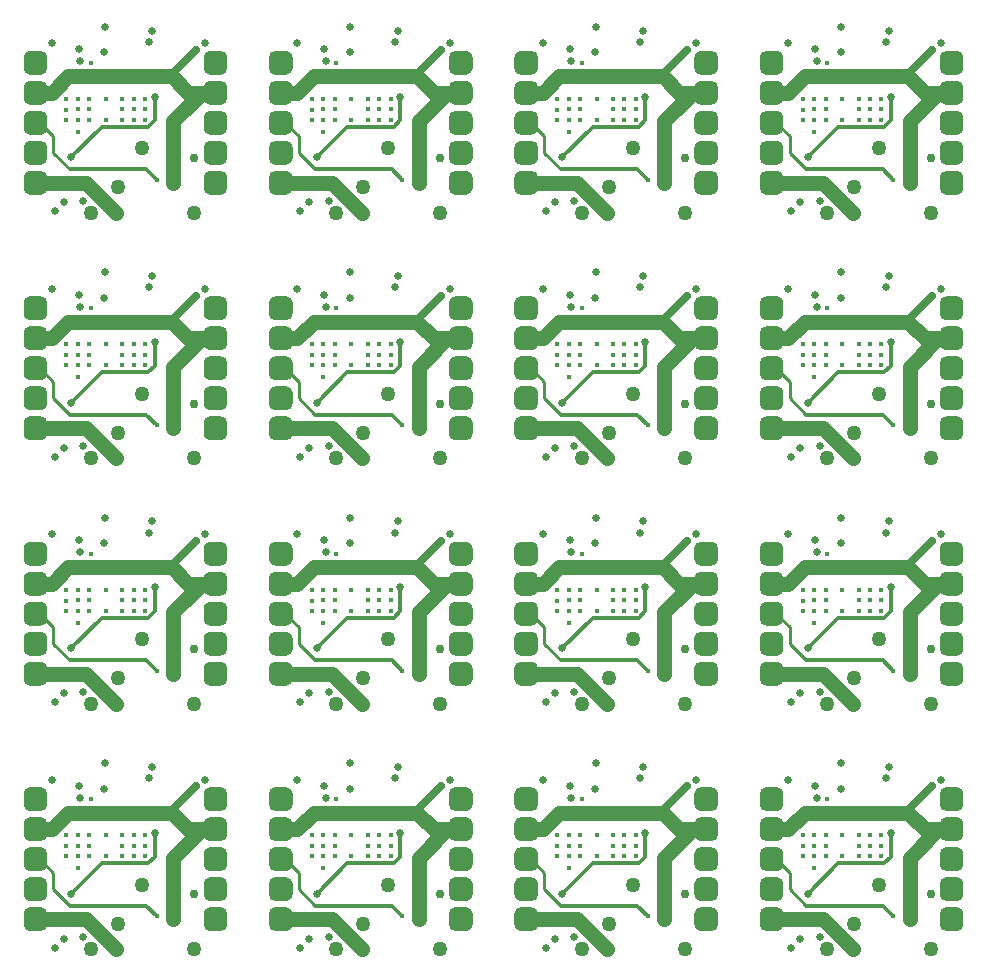
<source format=gbr>
%TF.GenerationSoftware,KiCad,Pcbnew,5.1.8*%
%TF.CreationDate,2020-11-30T01:30:04+01:00*%
%TF.ProjectId,panel2,70616e65-6c32-42e6-9b69-6361645f7063,rev?*%
%TF.SameCoordinates,Original*%
%TF.FileFunction,Copper,L3,Inr*%
%TF.FilePolarity,Positive*%
%FSLAX46Y46*%
G04 Gerber Fmt 4.6, Leading zero omitted, Abs format (unit mm)*
G04 Created by KiCad (PCBNEW 5.1.8) date 2020-11-30 01:30:04*
%MOMM*%
%LPD*%
G01*
G04 APERTURE LIST*
%TA.AperFunction,ViaPad*%
%ADD10C,1.270000*%
%TD*%
%TA.AperFunction,ViaPad*%
%ADD11C,0.635000*%
%TD*%
%TA.AperFunction,ViaPad*%
%ADD12C,0.450000*%
%TD*%
%TA.AperFunction,ViaPad*%
%ADD13C,0.762000*%
%TD*%
%TA.AperFunction,Conductor*%
%ADD14C,1.270000*%
%TD*%
%TA.AperFunction,Conductor*%
%ADD15C,0.635000*%
%TD*%
%TA.AperFunction,Conductor*%
%ADD16C,0.250000*%
%TD*%
%TA.AperFunction,Conductor*%
%ADD17C,0.317500*%
%TD*%
G04 APERTURE END LIST*
%TO.N,Board_16-/-BATT_RAW*%
%TO.C,TP1*%
%TA.AperFunction,ComponentPad*%
G36*
G01*
X112610016Y-116650016D02*
X112610016Y-115650016D01*
G75*
G02*
X113110016Y-115150016I500000J0D01*
G01*
X114110016Y-115150016D01*
G75*
G02*
X114610016Y-115650016I0J-500000D01*
G01*
X114610016Y-116650016D01*
G75*
G02*
X114110016Y-117150016I-500000J0D01*
G01*
X113110016Y-117150016D01*
G75*
G02*
X112610016Y-116650016I0J500000D01*
G01*
G37*
%TD.AperFunction*%
%TD*%
%TO.N,Board_16-/+BATT*%
%TO.C,TP2*%
%TA.AperFunction,ComponentPad*%
G36*
G01*
X112610016Y-119190016D02*
X112610016Y-118190016D01*
G75*
G02*
X113110016Y-117690016I500000J0D01*
G01*
X114110016Y-117690016D01*
G75*
G02*
X114610016Y-118190016I0J-500000D01*
G01*
X114610016Y-119190016D01*
G75*
G02*
X114110016Y-119690016I-500000J0D01*
G01*
X113110016Y-119690016D01*
G75*
G02*
X112610016Y-119190016I0J500000D01*
G01*
G37*
%TD.AperFunction*%
%TD*%
%TO.N,Board_16-GND*%
%TO.C,TP3*%
%TA.AperFunction,ComponentPad*%
G36*
G01*
X112610016Y-124270016D02*
X112610016Y-123270016D01*
G75*
G02*
X113110016Y-122770016I500000J0D01*
G01*
X114110016Y-122770016D01*
G75*
G02*
X114610016Y-123270016I0J-500000D01*
G01*
X114610016Y-124270016D01*
G75*
G02*
X114110016Y-124770016I-500000J0D01*
G01*
X113110016Y-124770016D01*
G75*
G02*
X112610016Y-124270016I0J500000D01*
G01*
G37*
%TD.AperFunction*%
%TD*%
%TO.N,Board_16-/+CHARGE*%
%TO.C,TP4*%
%TA.AperFunction,ComponentPad*%
G36*
G01*
X112610016Y-126810016D02*
X112610016Y-125810016D01*
G75*
G02*
X113110016Y-125310016I500000J0D01*
G01*
X114110016Y-125310016D01*
G75*
G02*
X114610016Y-125810016I0J-500000D01*
G01*
X114610016Y-126810016D01*
G75*
G02*
X114110016Y-127310016I-500000J0D01*
G01*
X113110016Y-127310016D01*
G75*
G02*
X112610016Y-126810016I0J500000D01*
G01*
G37*
%TD.AperFunction*%
%TD*%
%TO.N,Board_16-/3v3_EN*%
%TO.C,TP5*%
%TA.AperFunction,ComponentPad*%
G36*
G01*
X112610016Y-121730016D02*
X112610016Y-120730016D01*
G75*
G02*
X113110016Y-120230016I500000J0D01*
G01*
X114110016Y-120230016D01*
G75*
G02*
X114610016Y-120730016I0J-500000D01*
G01*
X114610016Y-121730016D01*
G75*
G02*
X114110016Y-122230016I-500000J0D01*
G01*
X113110016Y-122230016D01*
G75*
G02*
X112610016Y-121730016I0J500000D01*
G01*
G37*
%TD.AperFunction*%
%TD*%
%TO.N,Board_16-/VMAX*%
%TO.C,TP6*%
%TA.AperFunction,ComponentPad*%
G36*
G01*
X127850016Y-126810016D02*
X127850016Y-125810016D01*
G75*
G02*
X128350016Y-125310016I500000J0D01*
G01*
X129350016Y-125310016D01*
G75*
G02*
X129850016Y-125810016I0J-500000D01*
G01*
X129850016Y-126810016D01*
G75*
G02*
X129350016Y-127310016I-500000J0D01*
G01*
X128350016Y-127310016D01*
G75*
G02*
X127850016Y-126810016I0J500000D01*
G01*
G37*
%TD.AperFunction*%
%TD*%
%TO.N,Board_16-/+BATT*%
%TO.C,TP7*%
%TA.AperFunction,ComponentPad*%
G36*
G01*
X127850016Y-119190016D02*
X127850016Y-118190016D01*
G75*
G02*
X128350016Y-117690016I500000J0D01*
G01*
X129350016Y-117690016D01*
G75*
G02*
X129850016Y-118190016I0J-500000D01*
G01*
X129850016Y-119190016D01*
G75*
G02*
X129350016Y-119690016I-500000J0D01*
G01*
X128350016Y-119690016D01*
G75*
G02*
X127850016Y-119190016I0J500000D01*
G01*
G37*
%TD.AperFunction*%
%TD*%
%TO.N,Board_16-/+3v3*%
%TO.C,TP8*%
%TA.AperFunction,ComponentPad*%
G36*
G01*
X127850016Y-121730016D02*
X127850016Y-120730016D01*
G75*
G02*
X128350016Y-120230016I500000J0D01*
G01*
X129350016Y-120230016D01*
G75*
G02*
X129850016Y-120730016I0J-500000D01*
G01*
X129850016Y-121730016D01*
G75*
G02*
X129350016Y-122230016I-500000J0D01*
G01*
X128350016Y-122230016D01*
G75*
G02*
X127850016Y-121730016I0J500000D01*
G01*
G37*
%TD.AperFunction*%
%TD*%
%TO.N,Board_16-/STAT*%
%TO.C,TP9*%
%TA.AperFunction,ComponentPad*%
G36*
G01*
X127850016Y-124270016D02*
X127850016Y-123270016D01*
G75*
G02*
X128350016Y-122770016I500000J0D01*
G01*
X129350016Y-122770016D01*
G75*
G02*
X129850016Y-123270016I0J-500000D01*
G01*
X129850016Y-124270016D01*
G75*
G02*
X129350016Y-124770016I-500000J0D01*
G01*
X128350016Y-124770016D01*
G75*
G02*
X127850016Y-124270016I0J500000D01*
G01*
G37*
%TD.AperFunction*%
%TD*%
%TO.N,Board_16-GND*%
%TO.C,TP10*%
%TA.AperFunction,ComponentPad*%
G36*
G01*
X127850016Y-116650016D02*
X127850016Y-115650016D01*
G75*
G02*
X128350016Y-115150016I500000J0D01*
G01*
X129350016Y-115150016D01*
G75*
G02*
X129850016Y-115650016I0J-500000D01*
G01*
X129850016Y-116650016D01*
G75*
G02*
X129350016Y-117150016I-500000J0D01*
G01*
X128350016Y-117150016D01*
G75*
G02*
X127850016Y-116650016I0J500000D01*
G01*
G37*
%TD.AperFunction*%
%TD*%
%TO.N,Board_15-/-BATT_RAW*%
%TO.C,TP1*%
%TA.AperFunction,ComponentPad*%
G36*
G01*
X91830011Y-116650016D02*
X91830011Y-115650016D01*
G75*
G02*
X92330011Y-115150016I500000J0D01*
G01*
X93330011Y-115150016D01*
G75*
G02*
X93830011Y-115650016I0J-500000D01*
G01*
X93830011Y-116650016D01*
G75*
G02*
X93330011Y-117150016I-500000J0D01*
G01*
X92330011Y-117150016D01*
G75*
G02*
X91830011Y-116650016I0J500000D01*
G01*
G37*
%TD.AperFunction*%
%TD*%
%TO.N,Board_15-/+BATT*%
%TO.C,TP2*%
%TA.AperFunction,ComponentPad*%
G36*
G01*
X91830011Y-119190016D02*
X91830011Y-118190016D01*
G75*
G02*
X92330011Y-117690016I500000J0D01*
G01*
X93330011Y-117690016D01*
G75*
G02*
X93830011Y-118190016I0J-500000D01*
G01*
X93830011Y-119190016D01*
G75*
G02*
X93330011Y-119690016I-500000J0D01*
G01*
X92330011Y-119690016D01*
G75*
G02*
X91830011Y-119190016I0J500000D01*
G01*
G37*
%TD.AperFunction*%
%TD*%
%TO.N,Board_15-GND*%
%TO.C,TP3*%
%TA.AperFunction,ComponentPad*%
G36*
G01*
X91830011Y-124270016D02*
X91830011Y-123270016D01*
G75*
G02*
X92330011Y-122770016I500000J0D01*
G01*
X93330011Y-122770016D01*
G75*
G02*
X93830011Y-123270016I0J-500000D01*
G01*
X93830011Y-124270016D01*
G75*
G02*
X93330011Y-124770016I-500000J0D01*
G01*
X92330011Y-124770016D01*
G75*
G02*
X91830011Y-124270016I0J500000D01*
G01*
G37*
%TD.AperFunction*%
%TD*%
%TO.N,Board_15-/+CHARGE*%
%TO.C,TP4*%
%TA.AperFunction,ComponentPad*%
G36*
G01*
X91830011Y-126810016D02*
X91830011Y-125810016D01*
G75*
G02*
X92330011Y-125310016I500000J0D01*
G01*
X93330011Y-125310016D01*
G75*
G02*
X93830011Y-125810016I0J-500000D01*
G01*
X93830011Y-126810016D01*
G75*
G02*
X93330011Y-127310016I-500000J0D01*
G01*
X92330011Y-127310016D01*
G75*
G02*
X91830011Y-126810016I0J500000D01*
G01*
G37*
%TD.AperFunction*%
%TD*%
%TO.N,Board_15-/3v3_EN*%
%TO.C,TP5*%
%TA.AperFunction,ComponentPad*%
G36*
G01*
X91830011Y-121730016D02*
X91830011Y-120730016D01*
G75*
G02*
X92330011Y-120230016I500000J0D01*
G01*
X93330011Y-120230016D01*
G75*
G02*
X93830011Y-120730016I0J-500000D01*
G01*
X93830011Y-121730016D01*
G75*
G02*
X93330011Y-122230016I-500000J0D01*
G01*
X92330011Y-122230016D01*
G75*
G02*
X91830011Y-121730016I0J500000D01*
G01*
G37*
%TD.AperFunction*%
%TD*%
%TO.N,Board_15-/VMAX*%
%TO.C,TP6*%
%TA.AperFunction,ComponentPad*%
G36*
G01*
X107070011Y-126810016D02*
X107070011Y-125810016D01*
G75*
G02*
X107570011Y-125310016I500000J0D01*
G01*
X108570011Y-125310016D01*
G75*
G02*
X109070011Y-125810016I0J-500000D01*
G01*
X109070011Y-126810016D01*
G75*
G02*
X108570011Y-127310016I-500000J0D01*
G01*
X107570011Y-127310016D01*
G75*
G02*
X107070011Y-126810016I0J500000D01*
G01*
G37*
%TD.AperFunction*%
%TD*%
%TO.N,Board_15-/+BATT*%
%TO.C,TP7*%
%TA.AperFunction,ComponentPad*%
G36*
G01*
X107070011Y-119190016D02*
X107070011Y-118190016D01*
G75*
G02*
X107570011Y-117690016I500000J0D01*
G01*
X108570011Y-117690016D01*
G75*
G02*
X109070011Y-118190016I0J-500000D01*
G01*
X109070011Y-119190016D01*
G75*
G02*
X108570011Y-119690016I-500000J0D01*
G01*
X107570011Y-119690016D01*
G75*
G02*
X107070011Y-119190016I0J500000D01*
G01*
G37*
%TD.AperFunction*%
%TD*%
%TO.N,Board_15-/+3v3*%
%TO.C,TP8*%
%TA.AperFunction,ComponentPad*%
G36*
G01*
X107070011Y-121730016D02*
X107070011Y-120730016D01*
G75*
G02*
X107570011Y-120230016I500000J0D01*
G01*
X108570011Y-120230016D01*
G75*
G02*
X109070011Y-120730016I0J-500000D01*
G01*
X109070011Y-121730016D01*
G75*
G02*
X108570011Y-122230016I-500000J0D01*
G01*
X107570011Y-122230016D01*
G75*
G02*
X107070011Y-121730016I0J500000D01*
G01*
G37*
%TD.AperFunction*%
%TD*%
%TO.N,Board_15-/STAT*%
%TO.C,TP9*%
%TA.AperFunction,ComponentPad*%
G36*
G01*
X107070011Y-124270016D02*
X107070011Y-123270016D01*
G75*
G02*
X107570011Y-122770016I500000J0D01*
G01*
X108570011Y-122770016D01*
G75*
G02*
X109070011Y-123270016I0J-500000D01*
G01*
X109070011Y-124270016D01*
G75*
G02*
X108570011Y-124770016I-500000J0D01*
G01*
X107570011Y-124770016D01*
G75*
G02*
X107070011Y-124270016I0J500000D01*
G01*
G37*
%TD.AperFunction*%
%TD*%
%TO.N,Board_15-GND*%
%TO.C,TP10*%
%TA.AperFunction,ComponentPad*%
G36*
G01*
X107070011Y-116650016D02*
X107070011Y-115650016D01*
G75*
G02*
X107570011Y-115150016I500000J0D01*
G01*
X108570011Y-115150016D01*
G75*
G02*
X109070011Y-115650016I0J-500000D01*
G01*
X109070011Y-116650016D01*
G75*
G02*
X108570011Y-117150016I-500000J0D01*
G01*
X107570011Y-117150016D01*
G75*
G02*
X107070011Y-116650016I0J500000D01*
G01*
G37*
%TD.AperFunction*%
%TD*%
%TO.N,Board_14-/-BATT_RAW*%
%TO.C,TP1*%
%TA.AperFunction,ComponentPad*%
G36*
G01*
X71050006Y-116650016D02*
X71050006Y-115650016D01*
G75*
G02*
X71550006Y-115150016I500000J0D01*
G01*
X72550006Y-115150016D01*
G75*
G02*
X73050006Y-115650016I0J-500000D01*
G01*
X73050006Y-116650016D01*
G75*
G02*
X72550006Y-117150016I-500000J0D01*
G01*
X71550006Y-117150016D01*
G75*
G02*
X71050006Y-116650016I0J500000D01*
G01*
G37*
%TD.AperFunction*%
%TD*%
%TO.N,Board_14-/+BATT*%
%TO.C,TP2*%
%TA.AperFunction,ComponentPad*%
G36*
G01*
X71050006Y-119190016D02*
X71050006Y-118190016D01*
G75*
G02*
X71550006Y-117690016I500000J0D01*
G01*
X72550006Y-117690016D01*
G75*
G02*
X73050006Y-118190016I0J-500000D01*
G01*
X73050006Y-119190016D01*
G75*
G02*
X72550006Y-119690016I-500000J0D01*
G01*
X71550006Y-119690016D01*
G75*
G02*
X71050006Y-119190016I0J500000D01*
G01*
G37*
%TD.AperFunction*%
%TD*%
%TO.N,Board_14-GND*%
%TO.C,TP3*%
%TA.AperFunction,ComponentPad*%
G36*
G01*
X71050006Y-124270016D02*
X71050006Y-123270016D01*
G75*
G02*
X71550006Y-122770016I500000J0D01*
G01*
X72550006Y-122770016D01*
G75*
G02*
X73050006Y-123270016I0J-500000D01*
G01*
X73050006Y-124270016D01*
G75*
G02*
X72550006Y-124770016I-500000J0D01*
G01*
X71550006Y-124770016D01*
G75*
G02*
X71050006Y-124270016I0J500000D01*
G01*
G37*
%TD.AperFunction*%
%TD*%
%TO.N,Board_14-/+CHARGE*%
%TO.C,TP4*%
%TA.AperFunction,ComponentPad*%
G36*
G01*
X71050006Y-126810016D02*
X71050006Y-125810016D01*
G75*
G02*
X71550006Y-125310016I500000J0D01*
G01*
X72550006Y-125310016D01*
G75*
G02*
X73050006Y-125810016I0J-500000D01*
G01*
X73050006Y-126810016D01*
G75*
G02*
X72550006Y-127310016I-500000J0D01*
G01*
X71550006Y-127310016D01*
G75*
G02*
X71050006Y-126810016I0J500000D01*
G01*
G37*
%TD.AperFunction*%
%TD*%
%TO.N,Board_14-/3v3_EN*%
%TO.C,TP5*%
%TA.AperFunction,ComponentPad*%
G36*
G01*
X71050006Y-121730016D02*
X71050006Y-120730016D01*
G75*
G02*
X71550006Y-120230016I500000J0D01*
G01*
X72550006Y-120230016D01*
G75*
G02*
X73050006Y-120730016I0J-500000D01*
G01*
X73050006Y-121730016D01*
G75*
G02*
X72550006Y-122230016I-500000J0D01*
G01*
X71550006Y-122230016D01*
G75*
G02*
X71050006Y-121730016I0J500000D01*
G01*
G37*
%TD.AperFunction*%
%TD*%
%TO.N,Board_14-/VMAX*%
%TO.C,TP6*%
%TA.AperFunction,ComponentPad*%
G36*
G01*
X86290006Y-126810016D02*
X86290006Y-125810016D01*
G75*
G02*
X86790006Y-125310016I500000J0D01*
G01*
X87790006Y-125310016D01*
G75*
G02*
X88290006Y-125810016I0J-500000D01*
G01*
X88290006Y-126810016D01*
G75*
G02*
X87790006Y-127310016I-500000J0D01*
G01*
X86790006Y-127310016D01*
G75*
G02*
X86290006Y-126810016I0J500000D01*
G01*
G37*
%TD.AperFunction*%
%TD*%
%TO.N,Board_14-/+BATT*%
%TO.C,TP7*%
%TA.AperFunction,ComponentPad*%
G36*
G01*
X86290006Y-119190016D02*
X86290006Y-118190016D01*
G75*
G02*
X86790006Y-117690016I500000J0D01*
G01*
X87790006Y-117690016D01*
G75*
G02*
X88290006Y-118190016I0J-500000D01*
G01*
X88290006Y-119190016D01*
G75*
G02*
X87790006Y-119690016I-500000J0D01*
G01*
X86790006Y-119690016D01*
G75*
G02*
X86290006Y-119190016I0J500000D01*
G01*
G37*
%TD.AperFunction*%
%TD*%
%TO.N,Board_14-/+3v3*%
%TO.C,TP8*%
%TA.AperFunction,ComponentPad*%
G36*
G01*
X86290006Y-121730016D02*
X86290006Y-120730016D01*
G75*
G02*
X86790006Y-120230016I500000J0D01*
G01*
X87790006Y-120230016D01*
G75*
G02*
X88290006Y-120730016I0J-500000D01*
G01*
X88290006Y-121730016D01*
G75*
G02*
X87790006Y-122230016I-500000J0D01*
G01*
X86790006Y-122230016D01*
G75*
G02*
X86290006Y-121730016I0J500000D01*
G01*
G37*
%TD.AperFunction*%
%TD*%
%TO.N,Board_14-/STAT*%
%TO.C,TP9*%
%TA.AperFunction,ComponentPad*%
G36*
G01*
X86290006Y-124270016D02*
X86290006Y-123270016D01*
G75*
G02*
X86790006Y-122770016I500000J0D01*
G01*
X87790006Y-122770016D01*
G75*
G02*
X88290006Y-123270016I0J-500000D01*
G01*
X88290006Y-124270016D01*
G75*
G02*
X87790006Y-124770016I-500000J0D01*
G01*
X86790006Y-124770016D01*
G75*
G02*
X86290006Y-124270016I0J500000D01*
G01*
G37*
%TD.AperFunction*%
%TD*%
%TO.N,Board_14-GND*%
%TO.C,TP10*%
%TA.AperFunction,ComponentPad*%
G36*
G01*
X86290006Y-116650016D02*
X86290006Y-115650016D01*
G75*
G02*
X86790006Y-115150016I500000J0D01*
G01*
X87790006Y-115150016D01*
G75*
G02*
X88290006Y-115650016I0J-500000D01*
G01*
X88290006Y-116650016D01*
G75*
G02*
X87790006Y-117150016I-500000J0D01*
G01*
X86790006Y-117150016D01*
G75*
G02*
X86290006Y-116650016I0J500000D01*
G01*
G37*
%TD.AperFunction*%
%TD*%
%TO.N,Board_13-/-BATT_RAW*%
%TO.C,TP1*%
%TA.AperFunction,ComponentPad*%
G36*
G01*
X50270001Y-116650016D02*
X50270001Y-115650016D01*
G75*
G02*
X50770001Y-115150016I500000J0D01*
G01*
X51770001Y-115150016D01*
G75*
G02*
X52270001Y-115650016I0J-500000D01*
G01*
X52270001Y-116650016D01*
G75*
G02*
X51770001Y-117150016I-500000J0D01*
G01*
X50770001Y-117150016D01*
G75*
G02*
X50270001Y-116650016I0J500000D01*
G01*
G37*
%TD.AperFunction*%
%TD*%
%TO.N,Board_13-/+BATT*%
%TO.C,TP2*%
%TA.AperFunction,ComponentPad*%
G36*
G01*
X50270001Y-119190016D02*
X50270001Y-118190016D01*
G75*
G02*
X50770001Y-117690016I500000J0D01*
G01*
X51770001Y-117690016D01*
G75*
G02*
X52270001Y-118190016I0J-500000D01*
G01*
X52270001Y-119190016D01*
G75*
G02*
X51770001Y-119690016I-500000J0D01*
G01*
X50770001Y-119690016D01*
G75*
G02*
X50270001Y-119190016I0J500000D01*
G01*
G37*
%TD.AperFunction*%
%TD*%
%TO.N,Board_13-GND*%
%TO.C,TP3*%
%TA.AperFunction,ComponentPad*%
G36*
G01*
X50270001Y-124270016D02*
X50270001Y-123270016D01*
G75*
G02*
X50770001Y-122770016I500000J0D01*
G01*
X51770001Y-122770016D01*
G75*
G02*
X52270001Y-123270016I0J-500000D01*
G01*
X52270001Y-124270016D01*
G75*
G02*
X51770001Y-124770016I-500000J0D01*
G01*
X50770001Y-124770016D01*
G75*
G02*
X50270001Y-124270016I0J500000D01*
G01*
G37*
%TD.AperFunction*%
%TD*%
%TO.N,Board_13-/+CHARGE*%
%TO.C,TP4*%
%TA.AperFunction,ComponentPad*%
G36*
G01*
X50270001Y-126810016D02*
X50270001Y-125810016D01*
G75*
G02*
X50770001Y-125310016I500000J0D01*
G01*
X51770001Y-125310016D01*
G75*
G02*
X52270001Y-125810016I0J-500000D01*
G01*
X52270001Y-126810016D01*
G75*
G02*
X51770001Y-127310016I-500000J0D01*
G01*
X50770001Y-127310016D01*
G75*
G02*
X50270001Y-126810016I0J500000D01*
G01*
G37*
%TD.AperFunction*%
%TD*%
%TO.N,Board_13-/3v3_EN*%
%TO.C,TP5*%
%TA.AperFunction,ComponentPad*%
G36*
G01*
X50270001Y-121730016D02*
X50270001Y-120730016D01*
G75*
G02*
X50770001Y-120230016I500000J0D01*
G01*
X51770001Y-120230016D01*
G75*
G02*
X52270001Y-120730016I0J-500000D01*
G01*
X52270001Y-121730016D01*
G75*
G02*
X51770001Y-122230016I-500000J0D01*
G01*
X50770001Y-122230016D01*
G75*
G02*
X50270001Y-121730016I0J500000D01*
G01*
G37*
%TD.AperFunction*%
%TD*%
%TO.N,Board_13-/VMAX*%
%TO.C,TP6*%
%TA.AperFunction,ComponentPad*%
G36*
G01*
X65510001Y-126810016D02*
X65510001Y-125810016D01*
G75*
G02*
X66010001Y-125310016I500000J0D01*
G01*
X67010001Y-125310016D01*
G75*
G02*
X67510001Y-125810016I0J-500000D01*
G01*
X67510001Y-126810016D01*
G75*
G02*
X67010001Y-127310016I-500000J0D01*
G01*
X66010001Y-127310016D01*
G75*
G02*
X65510001Y-126810016I0J500000D01*
G01*
G37*
%TD.AperFunction*%
%TD*%
%TO.N,Board_13-/+BATT*%
%TO.C,TP7*%
%TA.AperFunction,ComponentPad*%
G36*
G01*
X65510001Y-119190016D02*
X65510001Y-118190016D01*
G75*
G02*
X66010001Y-117690016I500000J0D01*
G01*
X67010001Y-117690016D01*
G75*
G02*
X67510001Y-118190016I0J-500000D01*
G01*
X67510001Y-119190016D01*
G75*
G02*
X67010001Y-119690016I-500000J0D01*
G01*
X66010001Y-119690016D01*
G75*
G02*
X65510001Y-119190016I0J500000D01*
G01*
G37*
%TD.AperFunction*%
%TD*%
%TO.N,Board_13-/+3v3*%
%TO.C,TP8*%
%TA.AperFunction,ComponentPad*%
G36*
G01*
X65510001Y-121730016D02*
X65510001Y-120730016D01*
G75*
G02*
X66010001Y-120230016I500000J0D01*
G01*
X67010001Y-120230016D01*
G75*
G02*
X67510001Y-120730016I0J-500000D01*
G01*
X67510001Y-121730016D01*
G75*
G02*
X67010001Y-122230016I-500000J0D01*
G01*
X66010001Y-122230016D01*
G75*
G02*
X65510001Y-121730016I0J500000D01*
G01*
G37*
%TD.AperFunction*%
%TD*%
%TO.N,Board_13-/STAT*%
%TO.C,TP9*%
%TA.AperFunction,ComponentPad*%
G36*
G01*
X65510001Y-124270016D02*
X65510001Y-123270016D01*
G75*
G02*
X66010001Y-122770016I500000J0D01*
G01*
X67010001Y-122770016D01*
G75*
G02*
X67510001Y-123270016I0J-500000D01*
G01*
X67510001Y-124270016D01*
G75*
G02*
X67010001Y-124770016I-500000J0D01*
G01*
X66010001Y-124770016D01*
G75*
G02*
X65510001Y-124270016I0J500000D01*
G01*
G37*
%TD.AperFunction*%
%TD*%
%TO.N,Board_13-GND*%
%TO.C,TP10*%
%TA.AperFunction,ComponentPad*%
G36*
G01*
X65510001Y-116650016D02*
X65510001Y-115650016D01*
G75*
G02*
X66010001Y-115150016I500000J0D01*
G01*
X67010001Y-115150016D01*
G75*
G02*
X67510001Y-115650016I0J-500000D01*
G01*
X67510001Y-116650016D01*
G75*
G02*
X67010001Y-117150016I-500000J0D01*
G01*
X66010001Y-117150016D01*
G75*
G02*
X65510001Y-116650016I0J500000D01*
G01*
G37*
%TD.AperFunction*%
%TD*%
%TO.N,Board_12-/-BATT_RAW*%
%TO.C,TP1*%
%TA.AperFunction,ComponentPad*%
G36*
G01*
X112610016Y-95870011D02*
X112610016Y-94870011D01*
G75*
G02*
X113110016Y-94370011I500000J0D01*
G01*
X114110016Y-94370011D01*
G75*
G02*
X114610016Y-94870011I0J-500000D01*
G01*
X114610016Y-95870011D01*
G75*
G02*
X114110016Y-96370011I-500000J0D01*
G01*
X113110016Y-96370011D01*
G75*
G02*
X112610016Y-95870011I0J500000D01*
G01*
G37*
%TD.AperFunction*%
%TD*%
%TO.N,Board_12-/+BATT*%
%TO.C,TP2*%
%TA.AperFunction,ComponentPad*%
G36*
G01*
X112610016Y-98410011D02*
X112610016Y-97410011D01*
G75*
G02*
X113110016Y-96910011I500000J0D01*
G01*
X114110016Y-96910011D01*
G75*
G02*
X114610016Y-97410011I0J-500000D01*
G01*
X114610016Y-98410011D01*
G75*
G02*
X114110016Y-98910011I-500000J0D01*
G01*
X113110016Y-98910011D01*
G75*
G02*
X112610016Y-98410011I0J500000D01*
G01*
G37*
%TD.AperFunction*%
%TD*%
%TO.N,Board_12-GND*%
%TO.C,TP3*%
%TA.AperFunction,ComponentPad*%
G36*
G01*
X112610016Y-103490011D02*
X112610016Y-102490011D01*
G75*
G02*
X113110016Y-101990011I500000J0D01*
G01*
X114110016Y-101990011D01*
G75*
G02*
X114610016Y-102490011I0J-500000D01*
G01*
X114610016Y-103490011D01*
G75*
G02*
X114110016Y-103990011I-500000J0D01*
G01*
X113110016Y-103990011D01*
G75*
G02*
X112610016Y-103490011I0J500000D01*
G01*
G37*
%TD.AperFunction*%
%TD*%
%TO.N,Board_12-/+CHARGE*%
%TO.C,TP4*%
%TA.AperFunction,ComponentPad*%
G36*
G01*
X112610016Y-106030011D02*
X112610016Y-105030011D01*
G75*
G02*
X113110016Y-104530011I500000J0D01*
G01*
X114110016Y-104530011D01*
G75*
G02*
X114610016Y-105030011I0J-500000D01*
G01*
X114610016Y-106030011D01*
G75*
G02*
X114110016Y-106530011I-500000J0D01*
G01*
X113110016Y-106530011D01*
G75*
G02*
X112610016Y-106030011I0J500000D01*
G01*
G37*
%TD.AperFunction*%
%TD*%
%TO.N,Board_12-/3v3_EN*%
%TO.C,TP5*%
%TA.AperFunction,ComponentPad*%
G36*
G01*
X112610016Y-100950011D02*
X112610016Y-99950011D01*
G75*
G02*
X113110016Y-99450011I500000J0D01*
G01*
X114110016Y-99450011D01*
G75*
G02*
X114610016Y-99950011I0J-500000D01*
G01*
X114610016Y-100950011D01*
G75*
G02*
X114110016Y-101450011I-500000J0D01*
G01*
X113110016Y-101450011D01*
G75*
G02*
X112610016Y-100950011I0J500000D01*
G01*
G37*
%TD.AperFunction*%
%TD*%
%TO.N,Board_12-/VMAX*%
%TO.C,TP6*%
%TA.AperFunction,ComponentPad*%
G36*
G01*
X127850016Y-106030011D02*
X127850016Y-105030011D01*
G75*
G02*
X128350016Y-104530011I500000J0D01*
G01*
X129350016Y-104530011D01*
G75*
G02*
X129850016Y-105030011I0J-500000D01*
G01*
X129850016Y-106030011D01*
G75*
G02*
X129350016Y-106530011I-500000J0D01*
G01*
X128350016Y-106530011D01*
G75*
G02*
X127850016Y-106030011I0J500000D01*
G01*
G37*
%TD.AperFunction*%
%TD*%
%TO.N,Board_12-/+BATT*%
%TO.C,TP7*%
%TA.AperFunction,ComponentPad*%
G36*
G01*
X127850016Y-98410011D02*
X127850016Y-97410011D01*
G75*
G02*
X128350016Y-96910011I500000J0D01*
G01*
X129350016Y-96910011D01*
G75*
G02*
X129850016Y-97410011I0J-500000D01*
G01*
X129850016Y-98410011D01*
G75*
G02*
X129350016Y-98910011I-500000J0D01*
G01*
X128350016Y-98910011D01*
G75*
G02*
X127850016Y-98410011I0J500000D01*
G01*
G37*
%TD.AperFunction*%
%TD*%
%TO.N,Board_12-/+3v3*%
%TO.C,TP8*%
%TA.AperFunction,ComponentPad*%
G36*
G01*
X127850016Y-100950011D02*
X127850016Y-99950011D01*
G75*
G02*
X128350016Y-99450011I500000J0D01*
G01*
X129350016Y-99450011D01*
G75*
G02*
X129850016Y-99950011I0J-500000D01*
G01*
X129850016Y-100950011D01*
G75*
G02*
X129350016Y-101450011I-500000J0D01*
G01*
X128350016Y-101450011D01*
G75*
G02*
X127850016Y-100950011I0J500000D01*
G01*
G37*
%TD.AperFunction*%
%TD*%
%TO.N,Board_12-/STAT*%
%TO.C,TP9*%
%TA.AperFunction,ComponentPad*%
G36*
G01*
X127850016Y-103490011D02*
X127850016Y-102490011D01*
G75*
G02*
X128350016Y-101990011I500000J0D01*
G01*
X129350016Y-101990011D01*
G75*
G02*
X129850016Y-102490011I0J-500000D01*
G01*
X129850016Y-103490011D01*
G75*
G02*
X129350016Y-103990011I-500000J0D01*
G01*
X128350016Y-103990011D01*
G75*
G02*
X127850016Y-103490011I0J500000D01*
G01*
G37*
%TD.AperFunction*%
%TD*%
%TO.N,Board_12-GND*%
%TO.C,TP10*%
%TA.AperFunction,ComponentPad*%
G36*
G01*
X127850016Y-95870011D02*
X127850016Y-94870011D01*
G75*
G02*
X128350016Y-94370011I500000J0D01*
G01*
X129350016Y-94370011D01*
G75*
G02*
X129850016Y-94870011I0J-500000D01*
G01*
X129850016Y-95870011D01*
G75*
G02*
X129350016Y-96370011I-500000J0D01*
G01*
X128350016Y-96370011D01*
G75*
G02*
X127850016Y-95870011I0J500000D01*
G01*
G37*
%TD.AperFunction*%
%TD*%
%TO.N,Board_11-/-BATT_RAW*%
%TO.C,TP1*%
%TA.AperFunction,ComponentPad*%
G36*
G01*
X91830011Y-95870011D02*
X91830011Y-94870011D01*
G75*
G02*
X92330011Y-94370011I500000J0D01*
G01*
X93330011Y-94370011D01*
G75*
G02*
X93830011Y-94870011I0J-500000D01*
G01*
X93830011Y-95870011D01*
G75*
G02*
X93330011Y-96370011I-500000J0D01*
G01*
X92330011Y-96370011D01*
G75*
G02*
X91830011Y-95870011I0J500000D01*
G01*
G37*
%TD.AperFunction*%
%TD*%
%TO.N,Board_11-/+BATT*%
%TO.C,TP2*%
%TA.AperFunction,ComponentPad*%
G36*
G01*
X91830011Y-98410011D02*
X91830011Y-97410011D01*
G75*
G02*
X92330011Y-96910011I500000J0D01*
G01*
X93330011Y-96910011D01*
G75*
G02*
X93830011Y-97410011I0J-500000D01*
G01*
X93830011Y-98410011D01*
G75*
G02*
X93330011Y-98910011I-500000J0D01*
G01*
X92330011Y-98910011D01*
G75*
G02*
X91830011Y-98410011I0J500000D01*
G01*
G37*
%TD.AperFunction*%
%TD*%
%TO.N,Board_11-GND*%
%TO.C,TP3*%
%TA.AperFunction,ComponentPad*%
G36*
G01*
X91830011Y-103490011D02*
X91830011Y-102490011D01*
G75*
G02*
X92330011Y-101990011I500000J0D01*
G01*
X93330011Y-101990011D01*
G75*
G02*
X93830011Y-102490011I0J-500000D01*
G01*
X93830011Y-103490011D01*
G75*
G02*
X93330011Y-103990011I-500000J0D01*
G01*
X92330011Y-103990011D01*
G75*
G02*
X91830011Y-103490011I0J500000D01*
G01*
G37*
%TD.AperFunction*%
%TD*%
%TO.N,Board_11-/+CHARGE*%
%TO.C,TP4*%
%TA.AperFunction,ComponentPad*%
G36*
G01*
X91830011Y-106030011D02*
X91830011Y-105030011D01*
G75*
G02*
X92330011Y-104530011I500000J0D01*
G01*
X93330011Y-104530011D01*
G75*
G02*
X93830011Y-105030011I0J-500000D01*
G01*
X93830011Y-106030011D01*
G75*
G02*
X93330011Y-106530011I-500000J0D01*
G01*
X92330011Y-106530011D01*
G75*
G02*
X91830011Y-106030011I0J500000D01*
G01*
G37*
%TD.AperFunction*%
%TD*%
%TO.N,Board_11-/3v3_EN*%
%TO.C,TP5*%
%TA.AperFunction,ComponentPad*%
G36*
G01*
X91830011Y-100950011D02*
X91830011Y-99950011D01*
G75*
G02*
X92330011Y-99450011I500000J0D01*
G01*
X93330011Y-99450011D01*
G75*
G02*
X93830011Y-99950011I0J-500000D01*
G01*
X93830011Y-100950011D01*
G75*
G02*
X93330011Y-101450011I-500000J0D01*
G01*
X92330011Y-101450011D01*
G75*
G02*
X91830011Y-100950011I0J500000D01*
G01*
G37*
%TD.AperFunction*%
%TD*%
%TO.N,Board_11-/VMAX*%
%TO.C,TP6*%
%TA.AperFunction,ComponentPad*%
G36*
G01*
X107070011Y-106030011D02*
X107070011Y-105030011D01*
G75*
G02*
X107570011Y-104530011I500000J0D01*
G01*
X108570011Y-104530011D01*
G75*
G02*
X109070011Y-105030011I0J-500000D01*
G01*
X109070011Y-106030011D01*
G75*
G02*
X108570011Y-106530011I-500000J0D01*
G01*
X107570011Y-106530011D01*
G75*
G02*
X107070011Y-106030011I0J500000D01*
G01*
G37*
%TD.AperFunction*%
%TD*%
%TO.N,Board_11-/+BATT*%
%TO.C,TP7*%
%TA.AperFunction,ComponentPad*%
G36*
G01*
X107070011Y-98410011D02*
X107070011Y-97410011D01*
G75*
G02*
X107570011Y-96910011I500000J0D01*
G01*
X108570011Y-96910011D01*
G75*
G02*
X109070011Y-97410011I0J-500000D01*
G01*
X109070011Y-98410011D01*
G75*
G02*
X108570011Y-98910011I-500000J0D01*
G01*
X107570011Y-98910011D01*
G75*
G02*
X107070011Y-98410011I0J500000D01*
G01*
G37*
%TD.AperFunction*%
%TD*%
%TO.N,Board_11-/+3v3*%
%TO.C,TP8*%
%TA.AperFunction,ComponentPad*%
G36*
G01*
X107070011Y-100950011D02*
X107070011Y-99950011D01*
G75*
G02*
X107570011Y-99450011I500000J0D01*
G01*
X108570011Y-99450011D01*
G75*
G02*
X109070011Y-99950011I0J-500000D01*
G01*
X109070011Y-100950011D01*
G75*
G02*
X108570011Y-101450011I-500000J0D01*
G01*
X107570011Y-101450011D01*
G75*
G02*
X107070011Y-100950011I0J500000D01*
G01*
G37*
%TD.AperFunction*%
%TD*%
%TO.N,Board_11-/STAT*%
%TO.C,TP9*%
%TA.AperFunction,ComponentPad*%
G36*
G01*
X107070011Y-103490011D02*
X107070011Y-102490011D01*
G75*
G02*
X107570011Y-101990011I500000J0D01*
G01*
X108570011Y-101990011D01*
G75*
G02*
X109070011Y-102490011I0J-500000D01*
G01*
X109070011Y-103490011D01*
G75*
G02*
X108570011Y-103990011I-500000J0D01*
G01*
X107570011Y-103990011D01*
G75*
G02*
X107070011Y-103490011I0J500000D01*
G01*
G37*
%TD.AperFunction*%
%TD*%
%TO.N,Board_11-GND*%
%TO.C,TP10*%
%TA.AperFunction,ComponentPad*%
G36*
G01*
X107070011Y-95870011D02*
X107070011Y-94870011D01*
G75*
G02*
X107570011Y-94370011I500000J0D01*
G01*
X108570011Y-94370011D01*
G75*
G02*
X109070011Y-94870011I0J-500000D01*
G01*
X109070011Y-95870011D01*
G75*
G02*
X108570011Y-96370011I-500000J0D01*
G01*
X107570011Y-96370011D01*
G75*
G02*
X107070011Y-95870011I0J500000D01*
G01*
G37*
%TD.AperFunction*%
%TD*%
%TO.N,Board_10-/-BATT_RAW*%
%TO.C,TP1*%
%TA.AperFunction,ComponentPad*%
G36*
G01*
X71050006Y-95870011D02*
X71050006Y-94870011D01*
G75*
G02*
X71550006Y-94370011I500000J0D01*
G01*
X72550006Y-94370011D01*
G75*
G02*
X73050006Y-94870011I0J-500000D01*
G01*
X73050006Y-95870011D01*
G75*
G02*
X72550006Y-96370011I-500000J0D01*
G01*
X71550006Y-96370011D01*
G75*
G02*
X71050006Y-95870011I0J500000D01*
G01*
G37*
%TD.AperFunction*%
%TD*%
%TO.N,Board_10-/+BATT*%
%TO.C,TP2*%
%TA.AperFunction,ComponentPad*%
G36*
G01*
X71050006Y-98410011D02*
X71050006Y-97410011D01*
G75*
G02*
X71550006Y-96910011I500000J0D01*
G01*
X72550006Y-96910011D01*
G75*
G02*
X73050006Y-97410011I0J-500000D01*
G01*
X73050006Y-98410011D01*
G75*
G02*
X72550006Y-98910011I-500000J0D01*
G01*
X71550006Y-98910011D01*
G75*
G02*
X71050006Y-98410011I0J500000D01*
G01*
G37*
%TD.AperFunction*%
%TD*%
%TO.N,Board_10-GND*%
%TO.C,TP3*%
%TA.AperFunction,ComponentPad*%
G36*
G01*
X71050006Y-103490011D02*
X71050006Y-102490011D01*
G75*
G02*
X71550006Y-101990011I500000J0D01*
G01*
X72550006Y-101990011D01*
G75*
G02*
X73050006Y-102490011I0J-500000D01*
G01*
X73050006Y-103490011D01*
G75*
G02*
X72550006Y-103990011I-500000J0D01*
G01*
X71550006Y-103990011D01*
G75*
G02*
X71050006Y-103490011I0J500000D01*
G01*
G37*
%TD.AperFunction*%
%TD*%
%TO.N,Board_10-/+CHARGE*%
%TO.C,TP4*%
%TA.AperFunction,ComponentPad*%
G36*
G01*
X71050006Y-106030011D02*
X71050006Y-105030011D01*
G75*
G02*
X71550006Y-104530011I500000J0D01*
G01*
X72550006Y-104530011D01*
G75*
G02*
X73050006Y-105030011I0J-500000D01*
G01*
X73050006Y-106030011D01*
G75*
G02*
X72550006Y-106530011I-500000J0D01*
G01*
X71550006Y-106530011D01*
G75*
G02*
X71050006Y-106030011I0J500000D01*
G01*
G37*
%TD.AperFunction*%
%TD*%
%TO.N,Board_10-/3v3_EN*%
%TO.C,TP5*%
%TA.AperFunction,ComponentPad*%
G36*
G01*
X71050006Y-100950011D02*
X71050006Y-99950011D01*
G75*
G02*
X71550006Y-99450011I500000J0D01*
G01*
X72550006Y-99450011D01*
G75*
G02*
X73050006Y-99950011I0J-500000D01*
G01*
X73050006Y-100950011D01*
G75*
G02*
X72550006Y-101450011I-500000J0D01*
G01*
X71550006Y-101450011D01*
G75*
G02*
X71050006Y-100950011I0J500000D01*
G01*
G37*
%TD.AperFunction*%
%TD*%
%TO.N,Board_10-/VMAX*%
%TO.C,TP6*%
%TA.AperFunction,ComponentPad*%
G36*
G01*
X86290006Y-106030011D02*
X86290006Y-105030011D01*
G75*
G02*
X86790006Y-104530011I500000J0D01*
G01*
X87790006Y-104530011D01*
G75*
G02*
X88290006Y-105030011I0J-500000D01*
G01*
X88290006Y-106030011D01*
G75*
G02*
X87790006Y-106530011I-500000J0D01*
G01*
X86790006Y-106530011D01*
G75*
G02*
X86290006Y-106030011I0J500000D01*
G01*
G37*
%TD.AperFunction*%
%TD*%
%TO.N,Board_10-/+BATT*%
%TO.C,TP7*%
%TA.AperFunction,ComponentPad*%
G36*
G01*
X86290006Y-98410011D02*
X86290006Y-97410011D01*
G75*
G02*
X86790006Y-96910011I500000J0D01*
G01*
X87790006Y-96910011D01*
G75*
G02*
X88290006Y-97410011I0J-500000D01*
G01*
X88290006Y-98410011D01*
G75*
G02*
X87790006Y-98910011I-500000J0D01*
G01*
X86790006Y-98910011D01*
G75*
G02*
X86290006Y-98410011I0J500000D01*
G01*
G37*
%TD.AperFunction*%
%TD*%
%TO.N,Board_10-/+3v3*%
%TO.C,TP8*%
%TA.AperFunction,ComponentPad*%
G36*
G01*
X86290006Y-100950011D02*
X86290006Y-99950011D01*
G75*
G02*
X86790006Y-99450011I500000J0D01*
G01*
X87790006Y-99450011D01*
G75*
G02*
X88290006Y-99950011I0J-500000D01*
G01*
X88290006Y-100950011D01*
G75*
G02*
X87790006Y-101450011I-500000J0D01*
G01*
X86790006Y-101450011D01*
G75*
G02*
X86290006Y-100950011I0J500000D01*
G01*
G37*
%TD.AperFunction*%
%TD*%
%TO.N,Board_10-/STAT*%
%TO.C,TP9*%
%TA.AperFunction,ComponentPad*%
G36*
G01*
X86290006Y-103490011D02*
X86290006Y-102490011D01*
G75*
G02*
X86790006Y-101990011I500000J0D01*
G01*
X87790006Y-101990011D01*
G75*
G02*
X88290006Y-102490011I0J-500000D01*
G01*
X88290006Y-103490011D01*
G75*
G02*
X87790006Y-103990011I-500000J0D01*
G01*
X86790006Y-103990011D01*
G75*
G02*
X86290006Y-103490011I0J500000D01*
G01*
G37*
%TD.AperFunction*%
%TD*%
%TO.N,Board_10-GND*%
%TO.C,TP10*%
%TA.AperFunction,ComponentPad*%
G36*
G01*
X86290006Y-95870011D02*
X86290006Y-94870011D01*
G75*
G02*
X86790006Y-94370011I500000J0D01*
G01*
X87790006Y-94370011D01*
G75*
G02*
X88290006Y-94870011I0J-500000D01*
G01*
X88290006Y-95870011D01*
G75*
G02*
X87790006Y-96370011I-500000J0D01*
G01*
X86790006Y-96370011D01*
G75*
G02*
X86290006Y-95870011I0J500000D01*
G01*
G37*
%TD.AperFunction*%
%TD*%
%TO.N,Board_9-/-BATT_RAW*%
%TO.C,TP1*%
%TA.AperFunction,ComponentPad*%
G36*
G01*
X50270001Y-95870011D02*
X50270001Y-94870011D01*
G75*
G02*
X50770001Y-94370011I500000J0D01*
G01*
X51770001Y-94370011D01*
G75*
G02*
X52270001Y-94870011I0J-500000D01*
G01*
X52270001Y-95870011D01*
G75*
G02*
X51770001Y-96370011I-500000J0D01*
G01*
X50770001Y-96370011D01*
G75*
G02*
X50270001Y-95870011I0J500000D01*
G01*
G37*
%TD.AperFunction*%
%TD*%
%TO.N,Board_9-/+BATT*%
%TO.C,TP2*%
%TA.AperFunction,ComponentPad*%
G36*
G01*
X50270001Y-98410011D02*
X50270001Y-97410011D01*
G75*
G02*
X50770001Y-96910011I500000J0D01*
G01*
X51770001Y-96910011D01*
G75*
G02*
X52270001Y-97410011I0J-500000D01*
G01*
X52270001Y-98410011D01*
G75*
G02*
X51770001Y-98910011I-500000J0D01*
G01*
X50770001Y-98910011D01*
G75*
G02*
X50270001Y-98410011I0J500000D01*
G01*
G37*
%TD.AperFunction*%
%TD*%
%TO.N,Board_9-GND*%
%TO.C,TP3*%
%TA.AperFunction,ComponentPad*%
G36*
G01*
X50270001Y-103490011D02*
X50270001Y-102490011D01*
G75*
G02*
X50770001Y-101990011I500000J0D01*
G01*
X51770001Y-101990011D01*
G75*
G02*
X52270001Y-102490011I0J-500000D01*
G01*
X52270001Y-103490011D01*
G75*
G02*
X51770001Y-103990011I-500000J0D01*
G01*
X50770001Y-103990011D01*
G75*
G02*
X50270001Y-103490011I0J500000D01*
G01*
G37*
%TD.AperFunction*%
%TD*%
%TO.N,Board_9-/+CHARGE*%
%TO.C,TP4*%
%TA.AperFunction,ComponentPad*%
G36*
G01*
X50270001Y-106030011D02*
X50270001Y-105030011D01*
G75*
G02*
X50770001Y-104530011I500000J0D01*
G01*
X51770001Y-104530011D01*
G75*
G02*
X52270001Y-105030011I0J-500000D01*
G01*
X52270001Y-106030011D01*
G75*
G02*
X51770001Y-106530011I-500000J0D01*
G01*
X50770001Y-106530011D01*
G75*
G02*
X50270001Y-106030011I0J500000D01*
G01*
G37*
%TD.AperFunction*%
%TD*%
%TO.N,Board_9-/3v3_EN*%
%TO.C,TP5*%
%TA.AperFunction,ComponentPad*%
G36*
G01*
X50270001Y-100950011D02*
X50270001Y-99950011D01*
G75*
G02*
X50770001Y-99450011I500000J0D01*
G01*
X51770001Y-99450011D01*
G75*
G02*
X52270001Y-99950011I0J-500000D01*
G01*
X52270001Y-100950011D01*
G75*
G02*
X51770001Y-101450011I-500000J0D01*
G01*
X50770001Y-101450011D01*
G75*
G02*
X50270001Y-100950011I0J500000D01*
G01*
G37*
%TD.AperFunction*%
%TD*%
%TO.N,Board_9-/VMAX*%
%TO.C,TP6*%
%TA.AperFunction,ComponentPad*%
G36*
G01*
X65510001Y-106030011D02*
X65510001Y-105030011D01*
G75*
G02*
X66010001Y-104530011I500000J0D01*
G01*
X67010001Y-104530011D01*
G75*
G02*
X67510001Y-105030011I0J-500000D01*
G01*
X67510001Y-106030011D01*
G75*
G02*
X67010001Y-106530011I-500000J0D01*
G01*
X66010001Y-106530011D01*
G75*
G02*
X65510001Y-106030011I0J500000D01*
G01*
G37*
%TD.AperFunction*%
%TD*%
%TO.N,Board_9-/+BATT*%
%TO.C,TP7*%
%TA.AperFunction,ComponentPad*%
G36*
G01*
X65510001Y-98410011D02*
X65510001Y-97410011D01*
G75*
G02*
X66010001Y-96910011I500000J0D01*
G01*
X67010001Y-96910011D01*
G75*
G02*
X67510001Y-97410011I0J-500000D01*
G01*
X67510001Y-98410011D01*
G75*
G02*
X67010001Y-98910011I-500000J0D01*
G01*
X66010001Y-98910011D01*
G75*
G02*
X65510001Y-98410011I0J500000D01*
G01*
G37*
%TD.AperFunction*%
%TD*%
%TO.N,Board_9-/+3v3*%
%TO.C,TP8*%
%TA.AperFunction,ComponentPad*%
G36*
G01*
X65510001Y-100950011D02*
X65510001Y-99950011D01*
G75*
G02*
X66010001Y-99450011I500000J0D01*
G01*
X67010001Y-99450011D01*
G75*
G02*
X67510001Y-99950011I0J-500000D01*
G01*
X67510001Y-100950011D01*
G75*
G02*
X67010001Y-101450011I-500000J0D01*
G01*
X66010001Y-101450011D01*
G75*
G02*
X65510001Y-100950011I0J500000D01*
G01*
G37*
%TD.AperFunction*%
%TD*%
%TO.N,Board_9-/STAT*%
%TO.C,TP9*%
%TA.AperFunction,ComponentPad*%
G36*
G01*
X65510001Y-103490011D02*
X65510001Y-102490011D01*
G75*
G02*
X66010001Y-101990011I500000J0D01*
G01*
X67010001Y-101990011D01*
G75*
G02*
X67510001Y-102490011I0J-500000D01*
G01*
X67510001Y-103490011D01*
G75*
G02*
X67010001Y-103990011I-500000J0D01*
G01*
X66010001Y-103990011D01*
G75*
G02*
X65510001Y-103490011I0J500000D01*
G01*
G37*
%TD.AperFunction*%
%TD*%
%TO.N,Board_9-GND*%
%TO.C,TP10*%
%TA.AperFunction,ComponentPad*%
G36*
G01*
X65510001Y-95870011D02*
X65510001Y-94870011D01*
G75*
G02*
X66010001Y-94370011I500000J0D01*
G01*
X67010001Y-94370011D01*
G75*
G02*
X67510001Y-94870011I0J-500000D01*
G01*
X67510001Y-95870011D01*
G75*
G02*
X67010001Y-96370011I-500000J0D01*
G01*
X66010001Y-96370011D01*
G75*
G02*
X65510001Y-95870011I0J500000D01*
G01*
G37*
%TD.AperFunction*%
%TD*%
%TO.N,Board_8-/-BATT_RAW*%
%TO.C,TP1*%
%TA.AperFunction,ComponentPad*%
G36*
G01*
X112610016Y-75090006D02*
X112610016Y-74090006D01*
G75*
G02*
X113110016Y-73590006I500000J0D01*
G01*
X114110016Y-73590006D01*
G75*
G02*
X114610016Y-74090006I0J-500000D01*
G01*
X114610016Y-75090006D01*
G75*
G02*
X114110016Y-75590006I-500000J0D01*
G01*
X113110016Y-75590006D01*
G75*
G02*
X112610016Y-75090006I0J500000D01*
G01*
G37*
%TD.AperFunction*%
%TD*%
%TO.N,Board_8-/+BATT*%
%TO.C,TP2*%
%TA.AperFunction,ComponentPad*%
G36*
G01*
X112610016Y-77630006D02*
X112610016Y-76630006D01*
G75*
G02*
X113110016Y-76130006I500000J0D01*
G01*
X114110016Y-76130006D01*
G75*
G02*
X114610016Y-76630006I0J-500000D01*
G01*
X114610016Y-77630006D01*
G75*
G02*
X114110016Y-78130006I-500000J0D01*
G01*
X113110016Y-78130006D01*
G75*
G02*
X112610016Y-77630006I0J500000D01*
G01*
G37*
%TD.AperFunction*%
%TD*%
%TO.N,Board_8-GND*%
%TO.C,TP3*%
%TA.AperFunction,ComponentPad*%
G36*
G01*
X112610016Y-82710006D02*
X112610016Y-81710006D01*
G75*
G02*
X113110016Y-81210006I500000J0D01*
G01*
X114110016Y-81210006D01*
G75*
G02*
X114610016Y-81710006I0J-500000D01*
G01*
X114610016Y-82710006D01*
G75*
G02*
X114110016Y-83210006I-500000J0D01*
G01*
X113110016Y-83210006D01*
G75*
G02*
X112610016Y-82710006I0J500000D01*
G01*
G37*
%TD.AperFunction*%
%TD*%
%TO.N,Board_8-/+CHARGE*%
%TO.C,TP4*%
%TA.AperFunction,ComponentPad*%
G36*
G01*
X112610016Y-85250006D02*
X112610016Y-84250006D01*
G75*
G02*
X113110016Y-83750006I500000J0D01*
G01*
X114110016Y-83750006D01*
G75*
G02*
X114610016Y-84250006I0J-500000D01*
G01*
X114610016Y-85250006D01*
G75*
G02*
X114110016Y-85750006I-500000J0D01*
G01*
X113110016Y-85750006D01*
G75*
G02*
X112610016Y-85250006I0J500000D01*
G01*
G37*
%TD.AperFunction*%
%TD*%
%TO.N,Board_8-/3v3_EN*%
%TO.C,TP5*%
%TA.AperFunction,ComponentPad*%
G36*
G01*
X112610016Y-80170006D02*
X112610016Y-79170006D01*
G75*
G02*
X113110016Y-78670006I500000J0D01*
G01*
X114110016Y-78670006D01*
G75*
G02*
X114610016Y-79170006I0J-500000D01*
G01*
X114610016Y-80170006D01*
G75*
G02*
X114110016Y-80670006I-500000J0D01*
G01*
X113110016Y-80670006D01*
G75*
G02*
X112610016Y-80170006I0J500000D01*
G01*
G37*
%TD.AperFunction*%
%TD*%
%TO.N,Board_8-/VMAX*%
%TO.C,TP6*%
%TA.AperFunction,ComponentPad*%
G36*
G01*
X127850016Y-85250006D02*
X127850016Y-84250006D01*
G75*
G02*
X128350016Y-83750006I500000J0D01*
G01*
X129350016Y-83750006D01*
G75*
G02*
X129850016Y-84250006I0J-500000D01*
G01*
X129850016Y-85250006D01*
G75*
G02*
X129350016Y-85750006I-500000J0D01*
G01*
X128350016Y-85750006D01*
G75*
G02*
X127850016Y-85250006I0J500000D01*
G01*
G37*
%TD.AperFunction*%
%TD*%
%TO.N,Board_8-/+BATT*%
%TO.C,TP7*%
%TA.AperFunction,ComponentPad*%
G36*
G01*
X127850016Y-77630006D02*
X127850016Y-76630006D01*
G75*
G02*
X128350016Y-76130006I500000J0D01*
G01*
X129350016Y-76130006D01*
G75*
G02*
X129850016Y-76630006I0J-500000D01*
G01*
X129850016Y-77630006D01*
G75*
G02*
X129350016Y-78130006I-500000J0D01*
G01*
X128350016Y-78130006D01*
G75*
G02*
X127850016Y-77630006I0J500000D01*
G01*
G37*
%TD.AperFunction*%
%TD*%
%TO.N,Board_8-/+3v3*%
%TO.C,TP8*%
%TA.AperFunction,ComponentPad*%
G36*
G01*
X127850016Y-80170006D02*
X127850016Y-79170006D01*
G75*
G02*
X128350016Y-78670006I500000J0D01*
G01*
X129350016Y-78670006D01*
G75*
G02*
X129850016Y-79170006I0J-500000D01*
G01*
X129850016Y-80170006D01*
G75*
G02*
X129350016Y-80670006I-500000J0D01*
G01*
X128350016Y-80670006D01*
G75*
G02*
X127850016Y-80170006I0J500000D01*
G01*
G37*
%TD.AperFunction*%
%TD*%
%TO.N,Board_8-/STAT*%
%TO.C,TP9*%
%TA.AperFunction,ComponentPad*%
G36*
G01*
X127850016Y-82710006D02*
X127850016Y-81710006D01*
G75*
G02*
X128350016Y-81210006I500000J0D01*
G01*
X129350016Y-81210006D01*
G75*
G02*
X129850016Y-81710006I0J-500000D01*
G01*
X129850016Y-82710006D01*
G75*
G02*
X129350016Y-83210006I-500000J0D01*
G01*
X128350016Y-83210006D01*
G75*
G02*
X127850016Y-82710006I0J500000D01*
G01*
G37*
%TD.AperFunction*%
%TD*%
%TO.N,Board_8-GND*%
%TO.C,TP10*%
%TA.AperFunction,ComponentPad*%
G36*
G01*
X127850016Y-75090006D02*
X127850016Y-74090006D01*
G75*
G02*
X128350016Y-73590006I500000J0D01*
G01*
X129350016Y-73590006D01*
G75*
G02*
X129850016Y-74090006I0J-500000D01*
G01*
X129850016Y-75090006D01*
G75*
G02*
X129350016Y-75590006I-500000J0D01*
G01*
X128350016Y-75590006D01*
G75*
G02*
X127850016Y-75090006I0J500000D01*
G01*
G37*
%TD.AperFunction*%
%TD*%
%TO.N,Board_7-/-BATT_RAW*%
%TO.C,TP1*%
%TA.AperFunction,ComponentPad*%
G36*
G01*
X91830011Y-75090006D02*
X91830011Y-74090006D01*
G75*
G02*
X92330011Y-73590006I500000J0D01*
G01*
X93330011Y-73590006D01*
G75*
G02*
X93830011Y-74090006I0J-500000D01*
G01*
X93830011Y-75090006D01*
G75*
G02*
X93330011Y-75590006I-500000J0D01*
G01*
X92330011Y-75590006D01*
G75*
G02*
X91830011Y-75090006I0J500000D01*
G01*
G37*
%TD.AperFunction*%
%TD*%
%TO.N,Board_7-/+BATT*%
%TO.C,TP2*%
%TA.AperFunction,ComponentPad*%
G36*
G01*
X91830011Y-77630006D02*
X91830011Y-76630006D01*
G75*
G02*
X92330011Y-76130006I500000J0D01*
G01*
X93330011Y-76130006D01*
G75*
G02*
X93830011Y-76630006I0J-500000D01*
G01*
X93830011Y-77630006D01*
G75*
G02*
X93330011Y-78130006I-500000J0D01*
G01*
X92330011Y-78130006D01*
G75*
G02*
X91830011Y-77630006I0J500000D01*
G01*
G37*
%TD.AperFunction*%
%TD*%
%TO.N,Board_7-GND*%
%TO.C,TP3*%
%TA.AperFunction,ComponentPad*%
G36*
G01*
X91830011Y-82710006D02*
X91830011Y-81710006D01*
G75*
G02*
X92330011Y-81210006I500000J0D01*
G01*
X93330011Y-81210006D01*
G75*
G02*
X93830011Y-81710006I0J-500000D01*
G01*
X93830011Y-82710006D01*
G75*
G02*
X93330011Y-83210006I-500000J0D01*
G01*
X92330011Y-83210006D01*
G75*
G02*
X91830011Y-82710006I0J500000D01*
G01*
G37*
%TD.AperFunction*%
%TD*%
%TO.N,Board_7-/+CHARGE*%
%TO.C,TP4*%
%TA.AperFunction,ComponentPad*%
G36*
G01*
X91830011Y-85250006D02*
X91830011Y-84250006D01*
G75*
G02*
X92330011Y-83750006I500000J0D01*
G01*
X93330011Y-83750006D01*
G75*
G02*
X93830011Y-84250006I0J-500000D01*
G01*
X93830011Y-85250006D01*
G75*
G02*
X93330011Y-85750006I-500000J0D01*
G01*
X92330011Y-85750006D01*
G75*
G02*
X91830011Y-85250006I0J500000D01*
G01*
G37*
%TD.AperFunction*%
%TD*%
%TO.N,Board_7-/3v3_EN*%
%TO.C,TP5*%
%TA.AperFunction,ComponentPad*%
G36*
G01*
X91830011Y-80170006D02*
X91830011Y-79170006D01*
G75*
G02*
X92330011Y-78670006I500000J0D01*
G01*
X93330011Y-78670006D01*
G75*
G02*
X93830011Y-79170006I0J-500000D01*
G01*
X93830011Y-80170006D01*
G75*
G02*
X93330011Y-80670006I-500000J0D01*
G01*
X92330011Y-80670006D01*
G75*
G02*
X91830011Y-80170006I0J500000D01*
G01*
G37*
%TD.AperFunction*%
%TD*%
%TO.N,Board_7-/VMAX*%
%TO.C,TP6*%
%TA.AperFunction,ComponentPad*%
G36*
G01*
X107070011Y-85250006D02*
X107070011Y-84250006D01*
G75*
G02*
X107570011Y-83750006I500000J0D01*
G01*
X108570011Y-83750006D01*
G75*
G02*
X109070011Y-84250006I0J-500000D01*
G01*
X109070011Y-85250006D01*
G75*
G02*
X108570011Y-85750006I-500000J0D01*
G01*
X107570011Y-85750006D01*
G75*
G02*
X107070011Y-85250006I0J500000D01*
G01*
G37*
%TD.AperFunction*%
%TD*%
%TO.N,Board_7-/+BATT*%
%TO.C,TP7*%
%TA.AperFunction,ComponentPad*%
G36*
G01*
X107070011Y-77630006D02*
X107070011Y-76630006D01*
G75*
G02*
X107570011Y-76130006I500000J0D01*
G01*
X108570011Y-76130006D01*
G75*
G02*
X109070011Y-76630006I0J-500000D01*
G01*
X109070011Y-77630006D01*
G75*
G02*
X108570011Y-78130006I-500000J0D01*
G01*
X107570011Y-78130006D01*
G75*
G02*
X107070011Y-77630006I0J500000D01*
G01*
G37*
%TD.AperFunction*%
%TD*%
%TO.N,Board_7-/+3v3*%
%TO.C,TP8*%
%TA.AperFunction,ComponentPad*%
G36*
G01*
X107070011Y-80170006D02*
X107070011Y-79170006D01*
G75*
G02*
X107570011Y-78670006I500000J0D01*
G01*
X108570011Y-78670006D01*
G75*
G02*
X109070011Y-79170006I0J-500000D01*
G01*
X109070011Y-80170006D01*
G75*
G02*
X108570011Y-80670006I-500000J0D01*
G01*
X107570011Y-80670006D01*
G75*
G02*
X107070011Y-80170006I0J500000D01*
G01*
G37*
%TD.AperFunction*%
%TD*%
%TO.N,Board_7-/STAT*%
%TO.C,TP9*%
%TA.AperFunction,ComponentPad*%
G36*
G01*
X107070011Y-82710006D02*
X107070011Y-81710006D01*
G75*
G02*
X107570011Y-81210006I500000J0D01*
G01*
X108570011Y-81210006D01*
G75*
G02*
X109070011Y-81710006I0J-500000D01*
G01*
X109070011Y-82710006D01*
G75*
G02*
X108570011Y-83210006I-500000J0D01*
G01*
X107570011Y-83210006D01*
G75*
G02*
X107070011Y-82710006I0J500000D01*
G01*
G37*
%TD.AperFunction*%
%TD*%
%TO.N,Board_7-GND*%
%TO.C,TP10*%
%TA.AperFunction,ComponentPad*%
G36*
G01*
X107070011Y-75090006D02*
X107070011Y-74090006D01*
G75*
G02*
X107570011Y-73590006I500000J0D01*
G01*
X108570011Y-73590006D01*
G75*
G02*
X109070011Y-74090006I0J-500000D01*
G01*
X109070011Y-75090006D01*
G75*
G02*
X108570011Y-75590006I-500000J0D01*
G01*
X107570011Y-75590006D01*
G75*
G02*
X107070011Y-75090006I0J500000D01*
G01*
G37*
%TD.AperFunction*%
%TD*%
%TO.N,Board_6-/-BATT_RAW*%
%TO.C,TP1*%
%TA.AperFunction,ComponentPad*%
G36*
G01*
X71050006Y-75090006D02*
X71050006Y-74090006D01*
G75*
G02*
X71550006Y-73590006I500000J0D01*
G01*
X72550006Y-73590006D01*
G75*
G02*
X73050006Y-74090006I0J-500000D01*
G01*
X73050006Y-75090006D01*
G75*
G02*
X72550006Y-75590006I-500000J0D01*
G01*
X71550006Y-75590006D01*
G75*
G02*
X71050006Y-75090006I0J500000D01*
G01*
G37*
%TD.AperFunction*%
%TD*%
%TO.N,Board_6-/+BATT*%
%TO.C,TP2*%
%TA.AperFunction,ComponentPad*%
G36*
G01*
X71050006Y-77630006D02*
X71050006Y-76630006D01*
G75*
G02*
X71550006Y-76130006I500000J0D01*
G01*
X72550006Y-76130006D01*
G75*
G02*
X73050006Y-76630006I0J-500000D01*
G01*
X73050006Y-77630006D01*
G75*
G02*
X72550006Y-78130006I-500000J0D01*
G01*
X71550006Y-78130006D01*
G75*
G02*
X71050006Y-77630006I0J500000D01*
G01*
G37*
%TD.AperFunction*%
%TD*%
%TO.N,Board_6-GND*%
%TO.C,TP3*%
%TA.AperFunction,ComponentPad*%
G36*
G01*
X71050006Y-82710006D02*
X71050006Y-81710006D01*
G75*
G02*
X71550006Y-81210006I500000J0D01*
G01*
X72550006Y-81210006D01*
G75*
G02*
X73050006Y-81710006I0J-500000D01*
G01*
X73050006Y-82710006D01*
G75*
G02*
X72550006Y-83210006I-500000J0D01*
G01*
X71550006Y-83210006D01*
G75*
G02*
X71050006Y-82710006I0J500000D01*
G01*
G37*
%TD.AperFunction*%
%TD*%
%TO.N,Board_6-/+CHARGE*%
%TO.C,TP4*%
%TA.AperFunction,ComponentPad*%
G36*
G01*
X71050006Y-85250006D02*
X71050006Y-84250006D01*
G75*
G02*
X71550006Y-83750006I500000J0D01*
G01*
X72550006Y-83750006D01*
G75*
G02*
X73050006Y-84250006I0J-500000D01*
G01*
X73050006Y-85250006D01*
G75*
G02*
X72550006Y-85750006I-500000J0D01*
G01*
X71550006Y-85750006D01*
G75*
G02*
X71050006Y-85250006I0J500000D01*
G01*
G37*
%TD.AperFunction*%
%TD*%
%TO.N,Board_6-/3v3_EN*%
%TO.C,TP5*%
%TA.AperFunction,ComponentPad*%
G36*
G01*
X71050006Y-80170006D02*
X71050006Y-79170006D01*
G75*
G02*
X71550006Y-78670006I500000J0D01*
G01*
X72550006Y-78670006D01*
G75*
G02*
X73050006Y-79170006I0J-500000D01*
G01*
X73050006Y-80170006D01*
G75*
G02*
X72550006Y-80670006I-500000J0D01*
G01*
X71550006Y-80670006D01*
G75*
G02*
X71050006Y-80170006I0J500000D01*
G01*
G37*
%TD.AperFunction*%
%TD*%
%TO.N,Board_6-/VMAX*%
%TO.C,TP6*%
%TA.AperFunction,ComponentPad*%
G36*
G01*
X86290006Y-85250006D02*
X86290006Y-84250006D01*
G75*
G02*
X86790006Y-83750006I500000J0D01*
G01*
X87790006Y-83750006D01*
G75*
G02*
X88290006Y-84250006I0J-500000D01*
G01*
X88290006Y-85250006D01*
G75*
G02*
X87790006Y-85750006I-500000J0D01*
G01*
X86790006Y-85750006D01*
G75*
G02*
X86290006Y-85250006I0J500000D01*
G01*
G37*
%TD.AperFunction*%
%TD*%
%TO.N,Board_6-/+BATT*%
%TO.C,TP7*%
%TA.AperFunction,ComponentPad*%
G36*
G01*
X86290006Y-77630006D02*
X86290006Y-76630006D01*
G75*
G02*
X86790006Y-76130006I500000J0D01*
G01*
X87790006Y-76130006D01*
G75*
G02*
X88290006Y-76630006I0J-500000D01*
G01*
X88290006Y-77630006D01*
G75*
G02*
X87790006Y-78130006I-500000J0D01*
G01*
X86790006Y-78130006D01*
G75*
G02*
X86290006Y-77630006I0J500000D01*
G01*
G37*
%TD.AperFunction*%
%TD*%
%TO.N,Board_6-/+3v3*%
%TO.C,TP8*%
%TA.AperFunction,ComponentPad*%
G36*
G01*
X86290006Y-80170006D02*
X86290006Y-79170006D01*
G75*
G02*
X86790006Y-78670006I500000J0D01*
G01*
X87790006Y-78670006D01*
G75*
G02*
X88290006Y-79170006I0J-500000D01*
G01*
X88290006Y-80170006D01*
G75*
G02*
X87790006Y-80670006I-500000J0D01*
G01*
X86790006Y-80670006D01*
G75*
G02*
X86290006Y-80170006I0J500000D01*
G01*
G37*
%TD.AperFunction*%
%TD*%
%TO.N,Board_6-/STAT*%
%TO.C,TP9*%
%TA.AperFunction,ComponentPad*%
G36*
G01*
X86290006Y-82710006D02*
X86290006Y-81710006D01*
G75*
G02*
X86790006Y-81210006I500000J0D01*
G01*
X87790006Y-81210006D01*
G75*
G02*
X88290006Y-81710006I0J-500000D01*
G01*
X88290006Y-82710006D01*
G75*
G02*
X87790006Y-83210006I-500000J0D01*
G01*
X86790006Y-83210006D01*
G75*
G02*
X86290006Y-82710006I0J500000D01*
G01*
G37*
%TD.AperFunction*%
%TD*%
%TO.N,Board_6-GND*%
%TO.C,TP10*%
%TA.AperFunction,ComponentPad*%
G36*
G01*
X86290006Y-75090006D02*
X86290006Y-74090006D01*
G75*
G02*
X86790006Y-73590006I500000J0D01*
G01*
X87790006Y-73590006D01*
G75*
G02*
X88290006Y-74090006I0J-500000D01*
G01*
X88290006Y-75090006D01*
G75*
G02*
X87790006Y-75590006I-500000J0D01*
G01*
X86790006Y-75590006D01*
G75*
G02*
X86290006Y-75090006I0J500000D01*
G01*
G37*
%TD.AperFunction*%
%TD*%
%TO.N,Board_5-/-BATT_RAW*%
%TO.C,TP1*%
%TA.AperFunction,ComponentPad*%
G36*
G01*
X50270001Y-75090006D02*
X50270001Y-74090006D01*
G75*
G02*
X50770001Y-73590006I500000J0D01*
G01*
X51770001Y-73590006D01*
G75*
G02*
X52270001Y-74090006I0J-500000D01*
G01*
X52270001Y-75090006D01*
G75*
G02*
X51770001Y-75590006I-500000J0D01*
G01*
X50770001Y-75590006D01*
G75*
G02*
X50270001Y-75090006I0J500000D01*
G01*
G37*
%TD.AperFunction*%
%TD*%
%TO.N,Board_5-/+BATT*%
%TO.C,TP2*%
%TA.AperFunction,ComponentPad*%
G36*
G01*
X50270001Y-77630006D02*
X50270001Y-76630006D01*
G75*
G02*
X50770001Y-76130006I500000J0D01*
G01*
X51770001Y-76130006D01*
G75*
G02*
X52270001Y-76630006I0J-500000D01*
G01*
X52270001Y-77630006D01*
G75*
G02*
X51770001Y-78130006I-500000J0D01*
G01*
X50770001Y-78130006D01*
G75*
G02*
X50270001Y-77630006I0J500000D01*
G01*
G37*
%TD.AperFunction*%
%TD*%
%TO.N,Board_5-GND*%
%TO.C,TP3*%
%TA.AperFunction,ComponentPad*%
G36*
G01*
X50270001Y-82710006D02*
X50270001Y-81710006D01*
G75*
G02*
X50770001Y-81210006I500000J0D01*
G01*
X51770001Y-81210006D01*
G75*
G02*
X52270001Y-81710006I0J-500000D01*
G01*
X52270001Y-82710006D01*
G75*
G02*
X51770001Y-83210006I-500000J0D01*
G01*
X50770001Y-83210006D01*
G75*
G02*
X50270001Y-82710006I0J500000D01*
G01*
G37*
%TD.AperFunction*%
%TD*%
%TO.N,Board_5-/+CHARGE*%
%TO.C,TP4*%
%TA.AperFunction,ComponentPad*%
G36*
G01*
X50270001Y-85250006D02*
X50270001Y-84250006D01*
G75*
G02*
X50770001Y-83750006I500000J0D01*
G01*
X51770001Y-83750006D01*
G75*
G02*
X52270001Y-84250006I0J-500000D01*
G01*
X52270001Y-85250006D01*
G75*
G02*
X51770001Y-85750006I-500000J0D01*
G01*
X50770001Y-85750006D01*
G75*
G02*
X50270001Y-85250006I0J500000D01*
G01*
G37*
%TD.AperFunction*%
%TD*%
%TO.N,Board_5-/3v3_EN*%
%TO.C,TP5*%
%TA.AperFunction,ComponentPad*%
G36*
G01*
X50270001Y-80170006D02*
X50270001Y-79170006D01*
G75*
G02*
X50770001Y-78670006I500000J0D01*
G01*
X51770001Y-78670006D01*
G75*
G02*
X52270001Y-79170006I0J-500000D01*
G01*
X52270001Y-80170006D01*
G75*
G02*
X51770001Y-80670006I-500000J0D01*
G01*
X50770001Y-80670006D01*
G75*
G02*
X50270001Y-80170006I0J500000D01*
G01*
G37*
%TD.AperFunction*%
%TD*%
%TO.N,Board_5-/VMAX*%
%TO.C,TP6*%
%TA.AperFunction,ComponentPad*%
G36*
G01*
X65510001Y-85250006D02*
X65510001Y-84250006D01*
G75*
G02*
X66010001Y-83750006I500000J0D01*
G01*
X67010001Y-83750006D01*
G75*
G02*
X67510001Y-84250006I0J-500000D01*
G01*
X67510001Y-85250006D01*
G75*
G02*
X67010001Y-85750006I-500000J0D01*
G01*
X66010001Y-85750006D01*
G75*
G02*
X65510001Y-85250006I0J500000D01*
G01*
G37*
%TD.AperFunction*%
%TD*%
%TO.N,Board_5-/+BATT*%
%TO.C,TP7*%
%TA.AperFunction,ComponentPad*%
G36*
G01*
X65510001Y-77630006D02*
X65510001Y-76630006D01*
G75*
G02*
X66010001Y-76130006I500000J0D01*
G01*
X67010001Y-76130006D01*
G75*
G02*
X67510001Y-76630006I0J-500000D01*
G01*
X67510001Y-77630006D01*
G75*
G02*
X67010001Y-78130006I-500000J0D01*
G01*
X66010001Y-78130006D01*
G75*
G02*
X65510001Y-77630006I0J500000D01*
G01*
G37*
%TD.AperFunction*%
%TD*%
%TO.N,Board_5-/+3v3*%
%TO.C,TP8*%
%TA.AperFunction,ComponentPad*%
G36*
G01*
X65510001Y-80170006D02*
X65510001Y-79170006D01*
G75*
G02*
X66010001Y-78670006I500000J0D01*
G01*
X67010001Y-78670006D01*
G75*
G02*
X67510001Y-79170006I0J-500000D01*
G01*
X67510001Y-80170006D01*
G75*
G02*
X67010001Y-80670006I-500000J0D01*
G01*
X66010001Y-80670006D01*
G75*
G02*
X65510001Y-80170006I0J500000D01*
G01*
G37*
%TD.AperFunction*%
%TD*%
%TO.N,Board_5-/STAT*%
%TO.C,TP9*%
%TA.AperFunction,ComponentPad*%
G36*
G01*
X65510001Y-82710006D02*
X65510001Y-81710006D01*
G75*
G02*
X66010001Y-81210006I500000J0D01*
G01*
X67010001Y-81210006D01*
G75*
G02*
X67510001Y-81710006I0J-500000D01*
G01*
X67510001Y-82710006D01*
G75*
G02*
X67010001Y-83210006I-500000J0D01*
G01*
X66010001Y-83210006D01*
G75*
G02*
X65510001Y-82710006I0J500000D01*
G01*
G37*
%TD.AperFunction*%
%TD*%
%TO.N,Board_5-GND*%
%TO.C,TP10*%
%TA.AperFunction,ComponentPad*%
G36*
G01*
X65510001Y-75090006D02*
X65510001Y-74090006D01*
G75*
G02*
X66010001Y-73590006I500000J0D01*
G01*
X67010001Y-73590006D01*
G75*
G02*
X67510001Y-74090006I0J-500000D01*
G01*
X67510001Y-75090006D01*
G75*
G02*
X67010001Y-75590006I-500000J0D01*
G01*
X66010001Y-75590006D01*
G75*
G02*
X65510001Y-75090006I0J500000D01*
G01*
G37*
%TD.AperFunction*%
%TD*%
%TO.N,Board_4-/-BATT_RAW*%
%TO.C,TP1*%
%TA.AperFunction,ComponentPad*%
G36*
G01*
X112610016Y-54310001D02*
X112610016Y-53310001D01*
G75*
G02*
X113110016Y-52810001I500000J0D01*
G01*
X114110016Y-52810001D01*
G75*
G02*
X114610016Y-53310001I0J-500000D01*
G01*
X114610016Y-54310001D01*
G75*
G02*
X114110016Y-54810001I-500000J0D01*
G01*
X113110016Y-54810001D01*
G75*
G02*
X112610016Y-54310001I0J500000D01*
G01*
G37*
%TD.AperFunction*%
%TD*%
%TO.N,Board_4-/+BATT*%
%TO.C,TP2*%
%TA.AperFunction,ComponentPad*%
G36*
G01*
X112610016Y-56850001D02*
X112610016Y-55850001D01*
G75*
G02*
X113110016Y-55350001I500000J0D01*
G01*
X114110016Y-55350001D01*
G75*
G02*
X114610016Y-55850001I0J-500000D01*
G01*
X114610016Y-56850001D01*
G75*
G02*
X114110016Y-57350001I-500000J0D01*
G01*
X113110016Y-57350001D01*
G75*
G02*
X112610016Y-56850001I0J500000D01*
G01*
G37*
%TD.AperFunction*%
%TD*%
%TO.N,Board_4-GND*%
%TO.C,TP3*%
%TA.AperFunction,ComponentPad*%
G36*
G01*
X112610016Y-61930001D02*
X112610016Y-60930001D01*
G75*
G02*
X113110016Y-60430001I500000J0D01*
G01*
X114110016Y-60430001D01*
G75*
G02*
X114610016Y-60930001I0J-500000D01*
G01*
X114610016Y-61930001D01*
G75*
G02*
X114110016Y-62430001I-500000J0D01*
G01*
X113110016Y-62430001D01*
G75*
G02*
X112610016Y-61930001I0J500000D01*
G01*
G37*
%TD.AperFunction*%
%TD*%
%TO.N,Board_4-/+CHARGE*%
%TO.C,TP4*%
%TA.AperFunction,ComponentPad*%
G36*
G01*
X112610016Y-64470001D02*
X112610016Y-63470001D01*
G75*
G02*
X113110016Y-62970001I500000J0D01*
G01*
X114110016Y-62970001D01*
G75*
G02*
X114610016Y-63470001I0J-500000D01*
G01*
X114610016Y-64470001D01*
G75*
G02*
X114110016Y-64970001I-500000J0D01*
G01*
X113110016Y-64970001D01*
G75*
G02*
X112610016Y-64470001I0J500000D01*
G01*
G37*
%TD.AperFunction*%
%TD*%
%TO.N,Board_4-/3v3_EN*%
%TO.C,TP5*%
%TA.AperFunction,ComponentPad*%
G36*
G01*
X112610016Y-59390001D02*
X112610016Y-58390001D01*
G75*
G02*
X113110016Y-57890001I500000J0D01*
G01*
X114110016Y-57890001D01*
G75*
G02*
X114610016Y-58390001I0J-500000D01*
G01*
X114610016Y-59390001D01*
G75*
G02*
X114110016Y-59890001I-500000J0D01*
G01*
X113110016Y-59890001D01*
G75*
G02*
X112610016Y-59390001I0J500000D01*
G01*
G37*
%TD.AperFunction*%
%TD*%
%TO.N,Board_4-/VMAX*%
%TO.C,TP6*%
%TA.AperFunction,ComponentPad*%
G36*
G01*
X127850016Y-64470001D02*
X127850016Y-63470001D01*
G75*
G02*
X128350016Y-62970001I500000J0D01*
G01*
X129350016Y-62970001D01*
G75*
G02*
X129850016Y-63470001I0J-500000D01*
G01*
X129850016Y-64470001D01*
G75*
G02*
X129350016Y-64970001I-500000J0D01*
G01*
X128350016Y-64970001D01*
G75*
G02*
X127850016Y-64470001I0J500000D01*
G01*
G37*
%TD.AperFunction*%
%TD*%
%TO.N,Board_4-/+BATT*%
%TO.C,TP7*%
%TA.AperFunction,ComponentPad*%
G36*
G01*
X127850016Y-56850001D02*
X127850016Y-55850001D01*
G75*
G02*
X128350016Y-55350001I500000J0D01*
G01*
X129350016Y-55350001D01*
G75*
G02*
X129850016Y-55850001I0J-500000D01*
G01*
X129850016Y-56850001D01*
G75*
G02*
X129350016Y-57350001I-500000J0D01*
G01*
X128350016Y-57350001D01*
G75*
G02*
X127850016Y-56850001I0J500000D01*
G01*
G37*
%TD.AperFunction*%
%TD*%
%TO.N,Board_4-/+3v3*%
%TO.C,TP8*%
%TA.AperFunction,ComponentPad*%
G36*
G01*
X127850016Y-59390001D02*
X127850016Y-58390001D01*
G75*
G02*
X128350016Y-57890001I500000J0D01*
G01*
X129350016Y-57890001D01*
G75*
G02*
X129850016Y-58390001I0J-500000D01*
G01*
X129850016Y-59390001D01*
G75*
G02*
X129350016Y-59890001I-500000J0D01*
G01*
X128350016Y-59890001D01*
G75*
G02*
X127850016Y-59390001I0J500000D01*
G01*
G37*
%TD.AperFunction*%
%TD*%
%TO.N,Board_4-/STAT*%
%TO.C,TP9*%
%TA.AperFunction,ComponentPad*%
G36*
G01*
X127850016Y-61930001D02*
X127850016Y-60930001D01*
G75*
G02*
X128350016Y-60430001I500000J0D01*
G01*
X129350016Y-60430001D01*
G75*
G02*
X129850016Y-60930001I0J-500000D01*
G01*
X129850016Y-61930001D01*
G75*
G02*
X129350016Y-62430001I-500000J0D01*
G01*
X128350016Y-62430001D01*
G75*
G02*
X127850016Y-61930001I0J500000D01*
G01*
G37*
%TD.AperFunction*%
%TD*%
%TO.N,Board_4-GND*%
%TO.C,TP10*%
%TA.AperFunction,ComponentPad*%
G36*
G01*
X127850016Y-54310001D02*
X127850016Y-53310001D01*
G75*
G02*
X128350016Y-52810001I500000J0D01*
G01*
X129350016Y-52810001D01*
G75*
G02*
X129850016Y-53310001I0J-500000D01*
G01*
X129850016Y-54310001D01*
G75*
G02*
X129350016Y-54810001I-500000J0D01*
G01*
X128350016Y-54810001D01*
G75*
G02*
X127850016Y-54310001I0J500000D01*
G01*
G37*
%TD.AperFunction*%
%TD*%
%TO.N,Board_3-/-BATT_RAW*%
%TO.C,TP1*%
%TA.AperFunction,ComponentPad*%
G36*
G01*
X91830011Y-54310001D02*
X91830011Y-53310001D01*
G75*
G02*
X92330011Y-52810001I500000J0D01*
G01*
X93330011Y-52810001D01*
G75*
G02*
X93830011Y-53310001I0J-500000D01*
G01*
X93830011Y-54310001D01*
G75*
G02*
X93330011Y-54810001I-500000J0D01*
G01*
X92330011Y-54810001D01*
G75*
G02*
X91830011Y-54310001I0J500000D01*
G01*
G37*
%TD.AperFunction*%
%TD*%
%TO.N,Board_3-/+BATT*%
%TO.C,TP2*%
%TA.AperFunction,ComponentPad*%
G36*
G01*
X91830011Y-56850001D02*
X91830011Y-55850001D01*
G75*
G02*
X92330011Y-55350001I500000J0D01*
G01*
X93330011Y-55350001D01*
G75*
G02*
X93830011Y-55850001I0J-500000D01*
G01*
X93830011Y-56850001D01*
G75*
G02*
X93330011Y-57350001I-500000J0D01*
G01*
X92330011Y-57350001D01*
G75*
G02*
X91830011Y-56850001I0J500000D01*
G01*
G37*
%TD.AperFunction*%
%TD*%
%TO.N,Board_3-GND*%
%TO.C,TP3*%
%TA.AperFunction,ComponentPad*%
G36*
G01*
X91830011Y-61930001D02*
X91830011Y-60930001D01*
G75*
G02*
X92330011Y-60430001I500000J0D01*
G01*
X93330011Y-60430001D01*
G75*
G02*
X93830011Y-60930001I0J-500000D01*
G01*
X93830011Y-61930001D01*
G75*
G02*
X93330011Y-62430001I-500000J0D01*
G01*
X92330011Y-62430001D01*
G75*
G02*
X91830011Y-61930001I0J500000D01*
G01*
G37*
%TD.AperFunction*%
%TD*%
%TO.N,Board_3-/+CHARGE*%
%TO.C,TP4*%
%TA.AperFunction,ComponentPad*%
G36*
G01*
X91830011Y-64470001D02*
X91830011Y-63470001D01*
G75*
G02*
X92330011Y-62970001I500000J0D01*
G01*
X93330011Y-62970001D01*
G75*
G02*
X93830011Y-63470001I0J-500000D01*
G01*
X93830011Y-64470001D01*
G75*
G02*
X93330011Y-64970001I-500000J0D01*
G01*
X92330011Y-64970001D01*
G75*
G02*
X91830011Y-64470001I0J500000D01*
G01*
G37*
%TD.AperFunction*%
%TD*%
%TO.N,Board_3-/3v3_EN*%
%TO.C,TP5*%
%TA.AperFunction,ComponentPad*%
G36*
G01*
X91830011Y-59390001D02*
X91830011Y-58390001D01*
G75*
G02*
X92330011Y-57890001I500000J0D01*
G01*
X93330011Y-57890001D01*
G75*
G02*
X93830011Y-58390001I0J-500000D01*
G01*
X93830011Y-59390001D01*
G75*
G02*
X93330011Y-59890001I-500000J0D01*
G01*
X92330011Y-59890001D01*
G75*
G02*
X91830011Y-59390001I0J500000D01*
G01*
G37*
%TD.AperFunction*%
%TD*%
%TO.N,Board_3-/VMAX*%
%TO.C,TP6*%
%TA.AperFunction,ComponentPad*%
G36*
G01*
X107070011Y-64470001D02*
X107070011Y-63470001D01*
G75*
G02*
X107570011Y-62970001I500000J0D01*
G01*
X108570011Y-62970001D01*
G75*
G02*
X109070011Y-63470001I0J-500000D01*
G01*
X109070011Y-64470001D01*
G75*
G02*
X108570011Y-64970001I-500000J0D01*
G01*
X107570011Y-64970001D01*
G75*
G02*
X107070011Y-64470001I0J500000D01*
G01*
G37*
%TD.AperFunction*%
%TD*%
%TO.N,Board_3-/+BATT*%
%TO.C,TP7*%
%TA.AperFunction,ComponentPad*%
G36*
G01*
X107070011Y-56850001D02*
X107070011Y-55850001D01*
G75*
G02*
X107570011Y-55350001I500000J0D01*
G01*
X108570011Y-55350001D01*
G75*
G02*
X109070011Y-55850001I0J-500000D01*
G01*
X109070011Y-56850001D01*
G75*
G02*
X108570011Y-57350001I-500000J0D01*
G01*
X107570011Y-57350001D01*
G75*
G02*
X107070011Y-56850001I0J500000D01*
G01*
G37*
%TD.AperFunction*%
%TD*%
%TO.N,Board_3-/+3v3*%
%TO.C,TP8*%
%TA.AperFunction,ComponentPad*%
G36*
G01*
X107070011Y-59390001D02*
X107070011Y-58390001D01*
G75*
G02*
X107570011Y-57890001I500000J0D01*
G01*
X108570011Y-57890001D01*
G75*
G02*
X109070011Y-58390001I0J-500000D01*
G01*
X109070011Y-59390001D01*
G75*
G02*
X108570011Y-59890001I-500000J0D01*
G01*
X107570011Y-59890001D01*
G75*
G02*
X107070011Y-59390001I0J500000D01*
G01*
G37*
%TD.AperFunction*%
%TD*%
%TO.N,Board_3-/STAT*%
%TO.C,TP9*%
%TA.AperFunction,ComponentPad*%
G36*
G01*
X107070011Y-61930001D02*
X107070011Y-60930001D01*
G75*
G02*
X107570011Y-60430001I500000J0D01*
G01*
X108570011Y-60430001D01*
G75*
G02*
X109070011Y-60930001I0J-500000D01*
G01*
X109070011Y-61930001D01*
G75*
G02*
X108570011Y-62430001I-500000J0D01*
G01*
X107570011Y-62430001D01*
G75*
G02*
X107070011Y-61930001I0J500000D01*
G01*
G37*
%TD.AperFunction*%
%TD*%
%TO.N,Board_3-GND*%
%TO.C,TP10*%
%TA.AperFunction,ComponentPad*%
G36*
G01*
X107070011Y-54310001D02*
X107070011Y-53310001D01*
G75*
G02*
X107570011Y-52810001I500000J0D01*
G01*
X108570011Y-52810001D01*
G75*
G02*
X109070011Y-53310001I0J-500000D01*
G01*
X109070011Y-54310001D01*
G75*
G02*
X108570011Y-54810001I-500000J0D01*
G01*
X107570011Y-54810001D01*
G75*
G02*
X107070011Y-54310001I0J500000D01*
G01*
G37*
%TD.AperFunction*%
%TD*%
%TO.N,Board_2-/-BATT_RAW*%
%TO.C,TP1*%
%TA.AperFunction,ComponentPad*%
G36*
G01*
X71050006Y-54310001D02*
X71050006Y-53310001D01*
G75*
G02*
X71550006Y-52810001I500000J0D01*
G01*
X72550006Y-52810001D01*
G75*
G02*
X73050006Y-53310001I0J-500000D01*
G01*
X73050006Y-54310001D01*
G75*
G02*
X72550006Y-54810001I-500000J0D01*
G01*
X71550006Y-54810001D01*
G75*
G02*
X71050006Y-54310001I0J500000D01*
G01*
G37*
%TD.AperFunction*%
%TD*%
%TO.N,Board_2-/+BATT*%
%TO.C,TP2*%
%TA.AperFunction,ComponentPad*%
G36*
G01*
X71050006Y-56850001D02*
X71050006Y-55850001D01*
G75*
G02*
X71550006Y-55350001I500000J0D01*
G01*
X72550006Y-55350001D01*
G75*
G02*
X73050006Y-55850001I0J-500000D01*
G01*
X73050006Y-56850001D01*
G75*
G02*
X72550006Y-57350001I-500000J0D01*
G01*
X71550006Y-57350001D01*
G75*
G02*
X71050006Y-56850001I0J500000D01*
G01*
G37*
%TD.AperFunction*%
%TD*%
%TO.N,Board_2-GND*%
%TO.C,TP3*%
%TA.AperFunction,ComponentPad*%
G36*
G01*
X71050006Y-61930001D02*
X71050006Y-60930001D01*
G75*
G02*
X71550006Y-60430001I500000J0D01*
G01*
X72550006Y-60430001D01*
G75*
G02*
X73050006Y-60930001I0J-500000D01*
G01*
X73050006Y-61930001D01*
G75*
G02*
X72550006Y-62430001I-500000J0D01*
G01*
X71550006Y-62430001D01*
G75*
G02*
X71050006Y-61930001I0J500000D01*
G01*
G37*
%TD.AperFunction*%
%TD*%
%TO.N,Board_2-/+CHARGE*%
%TO.C,TP4*%
%TA.AperFunction,ComponentPad*%
G36*
G01*
X71050006Y-64470001D02*
X71050006Y-63470001D01*
G75*
G02*
X71550006Y-62970001I500000J0D01*
G01*
X72550006Y-62970001D01*
G75*
G02*
X73050006Y-63470001I0J-500000D01*
G01*
X73050006Y-64470001D01*
G75*
G02*
X72550006Y-64970001I-500000J0D01*
G01*
X71550006Y-64970001D01*
G75*
G02*
X71050006Y-64470001I0J500000D01*
G01*
G37*
%TD.AperFunction*%
%TD*%
%TO.N,Board_2-/3v3_EN*%
%TO.C,TP5*%
%TA.AperFunction,ComponentPad*%
G36*
G01*
X71050006Y-59390001D02*
X71050006Y-58390001D01*
G75*
G02*
X71550006Y-57890001I500000J0D01*
G01*
X72550006Y-57890001D01*
G75*
G02*
X73050006Y-58390001I0J-500000D01*
G01*
X73050006Y-59390001D01*
G75*
G02*
X72550006Y-59890001I-500000J0D01*
G01*
X71550006Y-59890001D01*
G75*
G02*
X71050006Y-59390001I0J500000D01*
G01*
G37*
%TD.AperFunction*%
%TD*%
%TO.N,Board_2-/VMAX*%
%TO.C,TP6*%
%TA.AperFunction,ComponentPad*%
G36*
G01*
X86290006Y-64470001D02*
X86290006Y-63470001D01*
G75*
G02*
X86790006Y-62970001I500000J0D01*
G01*
X87790006Y-62970001D01*
G75*
G02*
X88290006Y-63470001I0J-500000D01*
G01*
X88290006Y-64470001D01*
G75*
G02*
X87790006Y-64970001I-500000J0D01*
G01*
X86790006Y-64970001D01*
G75*
G02*
X86290006Y-64470001I0J500000D01*
G01*
G37*
%TD.AperFunction*%
%TD*%
%TO.N,Board_2-/+BATT*%
%TO.C,TP7*%
%TA.AperFunction,ComponentPad*%
G36*
G01*
X86290006Y-56850001D02*
X86290006Y-55850001D01*
G75*
G02*
X86790006Y-55350001I500000J0D01*
G01*
X87790006Y-55350001D01*
G75*
G02*
X88290006Y-55850001I0J-500000D01*
G01*
X88290006Y-56850001D01*
G75*
G02*
X87790006Y-57350001I-500000J0D01*
G01*
X86790006Y-57350001D01*
G75*
G02*
X86290006Y-56850001I0J500000D01*
G01*
G37*
%TD.AperFunction*%
%TD*%
%TO.N,Board_2-/+3v3*%
%TO.C,TP8*%
%TA.AperFunction,ComponentPad*%
G36*
G01*
X86290006Y-59390001D02*
X86290006Y-58390001D01*
G75*
G02*
X86790006Y-57890001I500000J0D01*
G01*
X87790006Y-57890001D01*
G75*
G02*
X88290006Y-58390001I0J-500000D01*
G01*
X88290006Y-59390001D01*
G75*
G02*
X87790006Y-59890001I-500000J0D01*
G01*
X86790006Y-59890001D01*
G75*
G02*
X86290006Y-59390001I0J500000D01*
G01*
G37*
%TD.AperFunction*%
%TD*%
%TO.N,Board_2-/STAT*%
%TO.C,TP9*%
%TA.AperFunction,ComponentPad*%
G36*
G01*
X86290006Y-61930001D02*
X86290006Y-60930001D01*
G75*
G02*
X86790006Y-60430001I500000J0D01*
G01*
X87790006Y-60430001D01*
G75*
G02*
X88290006Y-60930001I0J-500000D01*
G01*
X88290006Y-61930001D01*
G75*
G02*
X87790006Y-62430001I-500000J0D01*
G01*
X86790006Y-62430001D01*
G75*
G02*
X86290006Y-61930001I0J500000D01*
G01*
G37*
%TD.AperFunction*%
%TD*%
%TO.N,Board_2-GND*%
%TO.C,TP10*%
%TA.AperFunction,ComponentPad*%
G36*
G01*
X86290006Y-54310001D02*
X86290006Y-53310001D01*
G75*
G02*
X86790006Y-52810001I500000J0D01*
G01*
X87790006Y-52810001D01*
G75*
G02*
X88290006Y-53310001I0J-500000D01*
G01*
X88290006Y-54310001D01*
G75*
G02*
X87790006Y-54810001I-500000J0D01*
G01*
X86790006Y-54810001D01*
G75*
G02*
X86290006Y-54310001I0J500000D01*
G01*
G37*
%TD.AperFunction*%
%TD*%
%TO.N,Board_1-/-BATT_RAW*%
%TO.C,TP1*%
%TA.AperFunction,ComponentPad*%
G36*
G01*
X50270001Y-54310001D02*
X50270001Y-53310001D01*
G75*
G02*
X50770001Y-52810001I500000J0D01*
G01*
X51770001Y-52810001D01*
G75*
G02*
X52270001Y-53310001I0J-500000D01*
G01*
X52270001Y-54310001D01*
G75*
G02*
X51770001Y-54810001I-500000J0D01*
G01*
X50770001Y-54810001D01*
G75*
G02*
X50270001Y-54310001I0J500000D01*
G01*
G37*
%TD.AperFunction*%
%TD*%
%TO.N,Board_1-/+BATT*%
%TO.C,TP2*%
%TA.AperFunction,ComponentPad*%
G36*
G01*
X50270001Y-56850001D02*
X50270001Y-55850001D01*
G75*
G02*
X50770001Y-55350001I500000J0D01*
G01*
X51770001Y-55350001D01*
G75*
G02*
X52270001Y-55850001I0J-500000D01*
G01*
X52270001Y-56850001D01*
G75*
G02*
X51770001Y-57350001I-500000J0D01*
G01*
X50770001Y-57350001D01*
G75*
G02*
X50270001Y-56850001I0J500000D01*
G01*
G37*
%TD.AperFunction*%
%TD*%
%TO.N,Board_1-GND*%
%TO.C,TP3*%
%TA.AperFunction,ComponentPad*%
G36*
G01*
X50270001Y-61930001D02*
X50270001Y-60930001D01*
G75*
G02*
X50770001Y-60430001I500000J0D01*
G01*
X51770001Y-60430001D01*
G75*
G02*
X52270001Y-60930001I0J-500000D01*
G01*
X52270001Y-61930001D01*
G75*
G02*
X51770001Y-62430001I-500000J0D01*
G01*
X50770001Y-62430001D01*
G75*
G02*
X50270001Y-61930001I0J500000D01*
G01*
G37*
%TD.AperFunction*%
%TD*%
%TO.N,Board_1-/+CHARGE*%
%TO.C,TP4*%
%TA.AperFunction,ComponentPad*%
G36*
G01*
X50270001Y-64470001D02*
X50270001Y-63470001D01*
G75*
G02*
X50770001Y-62970001I500000J0D01*
G01*
X51770001Y-62970001D01*
G75*
G02*
X52270001Y-63470001I0J-500000D01*
G01*
X52270001Y-64470001D01*
G75*
G02*
X51770001Y-64970001I-500000J0D01*
G01*
X50770001Y-64970001D01*
G75*
G02*
X50270001Y-64470001I0J500000D01*
G01*
G37*
%TD.AperFunction*%
%TD*%
%TO.N,Board_1-/3v3_EN*%
%TO.C,TP5*%
%TA.AperFunction,ComponentPad*%
G36*
G01*
X50270001Y-59390001D02*
X50270001Y-58390001D01*
G75*
G02*
X50770001Y-57890001I500000J0D01*
G01*
X51770001Y-57890001D01*
G75*
G02*
X52270001Y-58390001I0J-500000D01*
G01*
X52270001Y-59390001D01*
G75*
G02*
X51770001Y-59890001I-500000J0D01*
G01*
X50770001Y-59890001D01*
G75*
G02*
X50270001Y-59390001I0J500000D01*
G01*
G37*
%TD.AperFunction*%
%TD*%
%TO.N,Board_1-/VMAX*%
%TO.C,TP6*%
%TA.AperFunction,ComponentPad*%
G36*
G01*
X65510001Y-64470001D02*
X65510001Y-63470001D01*
G75*
G02*
X66010001Y-62970001I500000J0D01*
G01*
X67010001Y-62970001D01*
G75*
G02*
X67510001Y-63470001I0J-500000D01*
G01*
X67510001Y-64470001D01*
G75*
G02*
X67010001Y-64970001I-500000J0D01*
G01*
X66010001Y-64970001D01*
G75*
G02*
X65510001Y-64470001I0J500000D01*
G01*
G37*
%TD.AperFunction*%
%TD*%
%TO.N,Board_1-/+BATT*%
%TO.C,TP7*%
%TA.AperFunction,ComponentPad*%
G36*
G01*
X65510001Y-56850001D02*
X65510001Y-55850001D01*
G75*
G02*
X66010001Y-55350001I500000J0D01*
G01*
X67010001Y-55350001D01*
G75*
G02*
X67510001Y-55850001I0J-500000D01*
G01*
X67510001Y-56850001D01*
G75*
G02*
X67010001Y-57350001I-500000J0D01*
G01*
X66010001Y-57350001D01*
G75*
G02*
X65510001Y-56850001I0J500000D01*
G01*
G37*
%TD.AperFunction*%
%TD*%
%TO.N,Board_1-/+3v3*%
%TO.C,TP8*%
%TA.AperFunction,ComponentPad*%
G36*
G01*
X65510001Y-59390001D02*
X65510001Y-58390001D01*
G75*
G02*
X66010001Y-57890001I500000J0D01*
G01*
X67010001Y-57890001D01*
G75*
G02*
X67510001Y-58390001I0J-500000D01*
G01*
X67510001Y-59390001D01*
G75*
G02*
X67010001Y-59890001I-500000J0D01*
G01*
X66010001Y-59890001D01*
G75*
G02*
X65510001Y-59390001I0J500000D01*
G01*
G37*
%TD.AperFunction*%
%TD*%
%TO.N,Board_1-/STAT*%
%TO.C,TP9*%
%TA.AperFunction,ComponentPad*%
G36*
G01*
X65510001Y-61930001D02*
X65510001Y-60930001D01*
G75*
G02*
X66010001Y-60430001I500000J0D01*
G01*
X67010001Y-60430001D01*
G75*
G02*
X67510001Y-60930001I0J-500000D01*
G01*
X67510001Y-61930001D01*
G75*
G02*
X67010001Y-62430001I-500000J0D01*
G01*
X66010001Y-62430001D01*
G75*
G02*
X65510001Y-61930001I0J500000D01*
G01*
G37*
%TD.AperFunction*%
%TD*%
%TO.N,Board_1-GND*%
%TO.C,TP10*%
%TA.AperFunction,ComponentPad*%
G36*
G01*
X65510001Y-54310001D02*
X65510001Y-53310001D01*
G75*
G02*
X66010001Y-52810001I500000J0D01*
G01*
X67010001Y-52810001D01*
G75*
G02*
X67510001Y-53310001I0J-500000D01*
G01*
X67510001Y-54310001D01*
G75*
G02*
X67010001Y-54810001I-500000J0D01*
G01*
X66010001Y-54810001D01*
G75*
G02*
X65510001Y-54310001I0J500000D01*
G01*
G37*
%TD.AperFunction*%
%TD*%
D10*
%TO.N,Board_1-/+BATT*%
X62954001Y-63970001D03*
D11*
X64859001Y-52730501D03*
D10*
%TO.N,Board_1-/+CHARGE*%
X64732001Y-66510001D03*
X58128001Y-66510011D03*
D11*
%TO.N,Board_1-/-BATT*%
X57175501Y-50762001D03*
X61176001Y-51079501D03*
D12*
%TO.N,Board_1-/3v3_EN*%
X61557001Y-63716001D03*
%TO.N,Board_1-/STAT*%
X55969001Y-53810001D03*
D11*
X54953001Y-52667001D03*
D10*
%TO.N,Board_1-/VMAX*%
X60329057Y-61049001D03*
D12*
%TO.N,Board_1-GND*%
X58636001Y-57747001D03*
X55842001Y-57747001D03*
X57239001Y-58636001D03*
X57239001Y-56858001D03*
X58636001Y-58636001D03*
X55842001Y-56858001D03*
X58636001Y-56858001D03*
X55842001Y-58636001D03*
D11*
X52921001Y-66383001D03*
D12*
X59588501Y-56858001D03*
X59588501Y-57747001D03*
X59588501Y-58636001D03*
X54889501Y-58636001D03*
X54889501Y-57747001D03*
X54889501Y-56858001D03*
D11*
X57112001Y-52921001D03*
D13*
X64732001Y-61874501D03*
D12*
X60566401Y-56858001D03*
X60566401Y-57747001D03*
X60566401Y-58636001D03*
X53886201Y-58636001D03*
X53886201Y-57772401D03*
X53886201Y-56858001D03*
X54889501Y-59652001D03*
D10*
%TO.N,Board_1-Net-(C1-Pad1)*%
X55969001Y-66510001D03*
X58255001Y-64351001D03*
D11*
X55080001Y-53683001D03*
%TO.N,Board_1-Net-(D1-Pad1)*%
X55334001Y-65494001D03*
X54318001Y-61811001D03*
X61364552Y-56669552D03*
%TO.N,Board_1-Net-(D2-Pad1)*%
X53683001Y-65621001D03*
X52667001Y-52159001D03*
%TO.N,Board_1-Net-(R6-Pad1)*%
X60922001Y-52032001D03*
X65621001Y-52159001D03*
D10*
%TO.N,Board_2-/+BATT*%
X83734006Y-63970001D03*
D11*
X85639006Y-52730501D03*
D10*
%TO.N,Board_2-/+CHARGE*%
X85512006Y-66510001D03*
X78908006Y-66510011D03*
D11*
%TO.N,Board_2-/-BATT*%
X77955506Y-50762001D03*
X81956006Y-51079501D03*
D12*
%TO.N,Board_2-/3v3_EN*%
X82337006Y-63716001D03*
%TO.N,Board_2-/STAT*%
X76749006Y-53810001D03*
D11*
X75733006Y-52667001D03*
D10*
%TO.N,Board_2-/VMAX*%
X81109062Y-61049001D03*
D12*
%TO.N,Board_2-GND*%
X79416006Y-57747001D03*
X76622006Y-57747001D03*
X78019006Y-58636001D03*
X78019006Y-56858001D03*
X79416006Y-58636001D03*
X76622006Y-56858001D03*
X79416006Y-56858001D03*
X76622006Y-58636001D03*
D11*
X73701006Y-66383001D03*
D12*
X80368506Y-56858001D03*
X80368506Y-57747001D03*
X80368506Y-58636001D03*
X75669506Y-58636001D03*
X75669506Y-57747001D03*
X75669506Y-56858001D03*
D11*
X77892006Y-52921001D03*
D13*
X85512006Y-61874501D03*
D12*
X81346406Y-56858001D03*
X81346406Y-57747001D03*
X81346406Y-58636001D03*
X74666206Y-58636001D03*
X74666206Y-57772401D03*
X74666206Y-56858001D03*
X75669506Y-59652001D03*
D10*
%TO.N,Board_2-Net-(C1-Pad1)*%
X76749006Y-66510001D03*
X79035006Y-64351001D03*
D11*
X75860006Y-53683001D03*
%TO.N,Board_2-Net-(D1-Pad1)*%
X76114006Y-65494001D03*
X75098006Y-61811001D03*
X82144557Y-56669552D03*
%TO.N,Board_2-Net-(D2-Pad1)*%
X74463006Y-65621001D03*
X73447006Y-52159001D03*
%TO.N,Board_2-Net-(R6-Pad1)*%
X81702006Y-52032001D03*
X86401006Y-52159001D03*
D10*
%TO.N,Board_3-/+BATT*%
X104514011Y-63970001D03*
D11*
X106419011Y-52730501D03*
D10*
%TO.N,Board_3-/+CHARGE*%
X106292011Y-66510001D03*
X99688011Y-66510011D03*
D11*
%TO.N,Board_3-/-BATT*%
X98735511Y-50762001D03*
X102736011Y-51079501D03*
D12*
%TO.N,Board_3-/3v3_EN*%
X103117011Y-63716001D03*
%TO.N,Board_3-/STAT*%
X97529011Y-53810001D03*
D11*
X96513011Y-52667001D03*
D10*
%TO.N,Board_3-/VMAX*%
X101889067Y-61049001D03*
D12*
%TO.N,Board_3-GND*%
X100196011Y-57747001D03*
X97402011Y-57747001D03*
X98799011Y-58636001D03*
X98799011Y-56858001D03*
X100196011Y-58636001D03*
X97402011Y-56858001D03*
X100196011Y-56858001D03*
X97402011Y-58636001D03*
D11*
X94481011Y-66383001D03*
D12*
X101148511Y-56858001D03*
X101148511Y-57747001D03*
X101148511Y-58636001D03*
X96449511Y-58636001D03*
X96449511Y-57747001D03*
X96449511Y-56858001D03*
D11*
X98672011Y-52921001D03*
D13*
X106292011Y-61874501D03*
D12*
X102126411Y-56858001D03*
X102126411Y-57747001D03*
X102126411Y-58636001D03*
X95446211Y-58636001D03*
X95446211Y-57772401D03*
X95446211Y-56858001D03*
X96449511Y-59652001D03*
D10*
%TO.N,Board_3-Net-(C1-Pad1)*%
X97529011Y-66510001D03*
X99815011Y-64351001D03*
D11*
X96640011Y-53683001D03*
%TO.N,Board_3-Net-(D1-Pad1)*%
X96894011Y-65494001D03*
X95878011Y-61811001D03*
X102924562Y-56669552D03*
%TO.N,Board_3-Net-(D2-Pad1)*%
X95243011Y-65621001D03*
X94227011Y-52159001D03*
%TO.N,Board_3-Net-(R6-Pad1)*%
X102482011Y-52032001D03*
X107181011Y-52159001D03*
D10*
%TO.N,Board_4-/+BATT*%
X125294016Y-63970001D03*
D11*
X127199016Y-52730501D03*
D10*
%TO.N,Board_4-/+CHARGE*%
X127072016Y-66510001D03*
X120468016Y-66510011D03*
D11*
%TO.N,Board_4-/-BATT*%
X119515516Y-50762001D03*
X123516016Y-51079501D03*
D12*
%TO.N,Board_4-/3v3_EN*%
X123897016Y-63716001D03*
%TO.N,Board_4-/STAT*%
X118309016Y-53810001D03*
D11*
X117293016Y-52667001D03*
D10*
%TO.N,Board_4-/VMAX*%
X122669072Y-61049001D03*
D12*
%TO.N,Board_4-GND*%
X120976016Y-57747001D03*
X118182016Y-57747001D03*
X119579016Y-58636001D03*
X119579016Y-56858001D03*
X120976016Y-58636001D03*
X118182016Y-56858001D03*
X120976016Y-56858001D03*
X118182016Y-58636001D03*
D11*
X115261016Y-66383001D03*
D12*
X121928516Y-56858001D03*
X121928516Y-57747001D03*
X121928516Y-58636001D03*
X117229516Y-58636001D03*
X117229516Y-57747001D03*
X117229516Y-56858001D03*
D11*
X119452016Y-52921001D03*
D13*
X127072016Y-61874501D03*
D12*
X122906416Y-56858001D03*
X122906416Y-57747001D03*
X122906416Y-58636001D03*
X116226216Y-58636001D03*
X116226216Y-57772401D03*
X116226216Y-56858001D03*
X117229516Y-59652001D03*
D10*
%TO.N,Board_4-Net-(C1-Pad1)*%
X118309016Y-66510001D03*
X120595016Y-64351001D03*
D11*
X117420016Y-53683001D03*
%TO.N,Board_4-Net-(D1-Pad1)*%
X117674016Y-65494001D03*
X116658016Y-61811001D03*
X123704567Y-56669552D03*
%TO.N,Board_4-Net-(D2-Pad1)*%
X116023016Y-65621001D03*
X115007016Y-52159001D03*
%TO.N,Board_4-Net-(R6-Pad1)*%
X123262016Y-52032001D03*
X127961016Y-52159001D03*
D10*
%TO.N,Board_5-/+BATT*%
X62954001Y-84750006D03*
D11*
X64859001Y-73510506D03*
D10*
%TO.N,Board_5-/+CHARGE*%
X64732001Y-87290006D03*
X58128001Y-87290016D03*
D11*
%TO.N,Board_5-/-BATT*%
X57175501Y-71542006D03*
X61176001Y-71859506D03*
D12*
%TO.N,Board_5-/3v3_EN*%
X61557001Y-84496006D03*
%TO.N,Board_5-/STAT*%
X55969001Y-74590006D03*
D11*
X54953001Y-73447006D03*
D10*
%TO.N,Board_5-/VMAX*%
X60329057Y-81829006D03*
D12*
%TO.N,Board_5-GND*%
X58636001Y-78527006D03*
X55842001Y-78527006D03*
X57239001Y-79416006D03*
X57239001Y-77638006D03*
X58636001Y-79416006D03*
X55842001Y-77638006D03*
X58636001Y-77638006D03*
X55842001Y-79416006D03*
D11*
X52921001Y-87163006D03*
D12*
X59588501Y-77638006D03*
X59588501Y-78527006D03*
X59588501Y-79416006D03*
X54889501Y-79416006D03*
X54889501Y-78527006D03*
X54889501Y-77638006D03*
D11*
X57112001Y-73701006D03*
D13*
X64732001Y-82654506D03*
D12*
X60566401Y-77638006D03*
X60566401Y-78527006D03*
X60566401Y-79416006D03*
X53886201Y-79416006D03*
X53886201Y-78552406D03*
X53886201Y-77638006D03*
X54889501Y-80432006D03*
D10*
%TO.N,Board_5-Net-(C1-Pad1)*%
X55969001Y-87290006D03*
X58255001Y-85131006D03*
D11*
X55080001Y-74463006D03*
%TO.N,Board_5-Net-(D1-Pad1)*%
X55334001Y-86274006D03*
X54318001Y-82591006D03*
X61364552Y-77449557D03*
%TO.N,Board_5-Net-(D2-Pad1)*%
X53683001Y-86401006D03*
X52667001Y-72939006D03*
%TO.N,Board_5-Net-(R6-Pad1)*%
X60922001Y-72812006D03*
X65621001Y-72939006D03*
D10*
%TO.N,Board_6-/+BATT*%
X83734006Y-84750006D03*
D11*
X85639006Y-73510506D03*
D10*
%TO.N,Board_6-/+CHARGE*%
X85512006Y-87290006D03*
X78908006Y-87290016D03*
D11*
%TO.N,Board_6-/-BATT*%
X77955506Y-71542006D03*
X81956006Y-71859506D03*
D12*
%TO.N,Board_6-/3v3_EN*%
X82337006Y-84496006D03*
%TO.N,Board_6-/STAT*%
X76749006Y-74590006D03*
D11*
X75733006Y-73447006D03*
D10*
%TO.N,Board_6-/VMAX*%
X81109062Y-81829006D03*
D12*
%TO.N,Board_6-GND*%
X79416006Y-78527006D03*
X76622006Y-78527006D03*
X78019006Y-79416006D03*
X78019006Y-77638006D03*
X79416006Y-79416006D03*
X76622006Y-77638006D03*
X79416006Y-77638006D03*
X76622006Y-79416006D03*
D11*
X73701006Y-87163006D03*
D12*
X80368506Y-77638006D03*
X80368506Y-78527006D03*
X80368506Y-79416006D03*
X75669506Y-79416006D03*
X75669506Y-78527006D03*
X75669506Y-77638006D03*
D11*
X77892006Y-73701006D03*
D13*
X85512006Y-82654506D03*
D12*
X81346406Y-77638006D03*
X81346406Y-78527006D03*
X81346406Y-79416006D03*
X74666206Y-79416006D03*
X74666206Y-78552406D03*
X74666206Y-77638006D03*
X75669506Y-80432006D03*
D10*
%TO.N,Board_6-Net-(C1-Pad1)*%
X76749006Y-87290006D03*
X79035006Y-85131006D03*
D11*
X75860006Y-74463006D03*
%TO.N,Board_6-Net-(D1-Pad1)*%
X76114006Y-86274006D03*
X75098006Y-82591006D03*
X82144557Y-77449557D03*
%TO.N,Board_6-Net-(D2-Pad1)*%
X74463006Y-86401006D03*
X73447006Y-72939006D03*
%TO.N,Board_6-Net-(R6-Pad1)*%
X81702006Y-72812006D03*
X86401006Y-72939006D03*
D10*
%TO.N,Board_7-/+BATT*%
X104514011Y-84750006D03*
D11*
X106419011Y-73510506D03*
D10*
%TO.N,Board_7-/+CHARGE*%
X106292011Y-87290006D03*
X99688011Y-87290016D03*
D11*
%TO.N,Board_7-/-BATT*%
X98735511Y-71542006D03*
X102736011Y-71859506D03*
D12*
%TO.N,Board_7-/3v3_EN*%
X103117011Y-84496006D03*
%TO.N,Board_7-/STAT*%
X97529011Y-74590006D03*
D11*
X96513011Y-73447006D03*
D10*
%TO.N,Board_7-/VMAX*%
X101889067Y-81829006D03*
D12*
%TO.N,Board_7-GND*%
X100196011Y-78527006D03*
X97402011Y-78527006D03*
X98799011Y-79416006D03*
X98799011Y-77638006D03*
X100196011Y-79416006D03*
X97402011Y-77638006D03*
X100196011Y-77638006D03*
X97402011Y-79416006D03*
D11*
X94481011Y-87163006D03*
D12*
X101148511Y-77638006D03*
X101148511Y-78527006D03*
X101148511Y-79416006D03*
X96449511Y-79416006D03*
X96449511Y-78527006D03*
X96449511Y-77638006D03*
D11*
X98672011Y-73701006D03*
D13*
X106292011Y-82654506D03*
D12*
X102126411Y-77638006D03*
X102126411Y-78527006D03*
X102126411Y-79416006D03*
X95446211Y-79416006D03*
X95446211Y-78552406D03*
X95446211Y-77638006D03*
X96449511Y-80432006D03*
D10*
%TO.N,Board_7-Net-(C1-Pad1)*%
X97529011Y-87290006D03*
X99815011Y-85131006D03*
D11*
X96640011Y-74463006D03*
%TO.N,Board_7-Net-(D1-Pad1)*%
X96894011Y-86274006D03*
X95878011Y-82591006D03*
X102924562Y-77449557D03*
%TO.N,Board_7-Net-(D2-Pad1)*%
X95243011Y-86401006D03*
X94227011Y-72939006D03*
%TO.N,Board_7-Net-(R6-Pad1)*%
X102482011Y-72812006D03*
X107181011Y-72939006D03*
D10*
%TO.N,Board_8-/+BATT*%
X125294016Y-84750006D03*
D11*
X127199016Y-73510506D03*
D10*
%TO.N,Board_8-/+CHARGE*%
X127072016Y-87290006D03*
X120468016Y-87290016D03*
D11*
%TO.N,Board_8-/-BATT*%
X119515516Y-71542006D03*
X123516016Y-71859506D03*
D12*
%TO.N,Board_8-/3v3_EN*%
X123897016Y-84496006D03*
%TO.N,Board_8-/STAT*%
X118309016Y-74590006D03*
D11*
X117293016Y-73447006D03*
D10*
%TO.N,Board_8-/VMAX*%
X122669072Y-81829006D03*
D12*
%TO.N,Board_8-GND*%
X120976016Y-78527006D03*
X118182016Y-78527006D03*
X119579016Y-79416006D03*
X119579016Y-77638006D03*
X120976016Y-79416006D03*
X118182016Y-77638006D03*
X120976016Y-77638006D03*
X118182016Y-79416006D03*
D11*
X115261016Y-87163006D03*
D12*
X121928516Y-77638006D03*
X121928516Y-78527006D03*
X121928516Y-79416006D03*
X117229516Y-79416006D03*
X117229516Y-78527006D03*
X117229516Y-77638006D03*
D11*
X119452016Y-73701006D03*
D13*
X127072016Y-82654506D03*
D12*
X122906416Y-77638006D03*
X122906416Y-78527006D03*
X122906416Y-79416006D03*
X116226216Y-79416006D03*
X116226216Y-78552406D03*
X116226216Y-77638006D03*
X117229516Y-80432006D03*
D10*
%TO.N,Board_8-Net-(C1-Pad1)*%
X118309016Y-87290006D03*
X120595016Y-85131006D03*
D11*
X117420016Y-74463006D03*
%TO.N,Board_8-Net-(D1-Pad1)*%
X117674016Y-86274006D03*
X116658016Y-82591006D03*
X123704567Y-77449557D03*
%TO.N,Board_8-Net-(D2-Pad1)*%
X116023016Y-86401006D03*
X115007016Y-72939006D03*
%TO.N,Board_8-Net-(R6-Pad1)*%
X123262016Y-72812006D03*
X127961016Y-72939006D03*
D10*
%TO.N,Board_9-/+BATT*%
X62954001Y-105530011D03*
D11*
X64859001Y-94290511D03*
D10*
%TO.N,Board_9-/+CHARGE*%
X64732001Y-108070011D03*
X58128001Y-108070021D03*
D11*
%TO.N,Board_9-/-BATT*%
X57175501Y-92322011D03*
X61176001Y-92639511D03*
D12*
%TO.N,Board_9-/3v3_EN*%
X61557001Y-105276011D03*
%TO.N,Board_9-/STAT*%
X55969001Y-95370011D03*
D11*
X54953001Y-94227011D03*
D10*
%TO.N,Board_9-/VMAX*%
X60329057Y-102609011D03*
D12*
%TO.N,Board_9-GND*%
X58636001Y-99307011D03*
X55842001Y-99307011D03*
X57239001Y-100196011D03*
X57239001Y-98418011D03*
X58636001Y-100196011D03*
X55842001Y-98418011D03*
X58636001Y-98418011D03*
X55842001Y-100196011D03*
D11*
X52921001Y-107943011D03*
D12*
X59588501Y-98418011D03*
X59588501Y-99307011D03*
X59588501Y-100196011D03*
X54889501Y-100196011D03*
X54889501Y-99307011D03*
X54889501Y-98418011D03*
D11*
X57112001Y-94481011D03*
D13*
X64732001Y-103434511D03*
D12*
X60566401Y-98418011D03*
X60566401Y-99307011D03*
X60566401Y-100196011D03*
X53886201Y-100196011D03*
X53886201Y-99332411D03*
X53886201Y-98418011D03*
X54889501Y-101212011D03*
D10*
%TO.N,Board_9-Net-(C1-Pad1)*%
X55969001Y-108070011D03*
X58255001Y-105911011D03*
D11*
X55080001Y-95243011D03*
%TO.N,Board_9-Net-(D1-Pad1)*%
X55334001Y-107054011D03*
X54318001Y-103371011D03*
X61364552Y-98229562D03*
%TO.N,Board_9-Net-(D2-Pad1)*%
X53683001Y-107181011D03*
X52667001Y-93719011D03*
%TO.N,Board_9-Net-(R6-Pad1)*%
X60922001Y-93592011D03*
X65621001Y-93719011D03*
D10*
%TO.N,Board_10-/+BATT*%
X83734006Y-105530011D03*
D11*
X85639006Y-94290511D03*
D10*
%TO.N,Board_10-/+CHARGE*%
X85512006Y-108070011D03*
X78908006Y-108070021D03*
D11*
%TO.N,Board_10-/-BATT*%
X77955506Y-92322011D03*
X81956006Y-92639511D03*
D12*
%TO.N,Board_10-/3v3_EN*%
X82337006Y-105276011D03*
%TO.N,Board_10-/STAT*%
X76749006Y-95370011D03*
D11*
X75733006Y-94227011D03*
D10*
%TO.N,Board_10-/VMAX*%
X81109062Y-102609011D03*
D12*
%TO.N,Board_10-GND*%
X79416006Y-99307011D03*
X76622006Y-99307011D03*
X78019006Y-100196011D03*
X78019006Y-98418011D03*
X79416006Y-100196011D03*
X76622006Y-98418011D03*
X79416006Y-98418011D03*
X76622006Y-100196011D03*
D11*
X73701006Y-107943011D03*
D12*
X80368506Y-98418011D03*
X80368506Y-99307011D03*
X80368506Y-100196011D03*
X75669506Y-100196011D03*
X75669506Y-99307011D03*
X75669506Y-98418011D03*
D11*
X77892006Y-94481011D03*
D13*
X85512006Y-103434511D03*
D12*
X81346406Y-98418011D03*
X81346406Y-99307011D03*
X81346406Y-100196011D03*
X74666206Y-100196011D03*
X74666206Y-99332411D03*
X74666206Y-98418011D03*
X75669506Y-101212011D03*
D10*
%TO.N,Board_10-Net-(C1-Pad1)*%
X76749006Y-108070011D03*
X79035006Y-105911011D03*
D11*
X75860006Y-95243011D03*
%TO.N,Board_10-Net-(D1-Pad1)*%
X76114006Y-107054011D03*
X75098006Y-103371011D03*
X82144557Y-98229562D03*
%TO.N,Board_10-Net-(D2-Pad1)*%
X74463006Y-107181011D03*
X73447006Y-93719011D03*
%TO.N,Board_10-Net-(R6-Pad1)*%
X81702006Y-93592011D03*
X86401006Y-93719011D03*
D10*
%TO.N,Board_11-/+BATT*%
X104514011Y-105530011D03*
D11*
X106419011Y-94290511D03*
D10*
%TO.N,Board_11-/+CHARGE*%
X106292011Y-108070011D03*
X99688011Y-108070021D03*
D11*
%TO.N,Board_11-/-BATT*%
X98735511Y-92322011D03*
X102736011Y-92639511D03*
D12*
%TO.N,Board_11-/3v3_EN*%
X103117011Y-105276011D03*
%TO.N,Board_11-/STAT*%
X97529011Y-95370011D03*
D11*
X96513011Y-94227011D03*
D10*
%TO.N,Board_11-/VMAX*%
X101889067Y-102609011D03*
D12*
%TO.N,Board_11-GND*%
X100196011Y-99307011D03*
X97402011Y-99307011D03*
X98799011Y-100196011D03*
X98799011Y-98418011D03*
X100196011Y-100196011D03*
X97402011Y-98418011D03*
X100196011Y-98418011D03*
X97402011Y-100196011D03*
D11*
X94481011Y-107943011D03*
D12*
X101148511Y-98418011D03*
X101148511Y-99307011D03*
X101148511Y-100196011D03*
X96449511Y-100196011D03*
X96449511Y-99307011D03*
X96449511Y-98418011D03*
D11*
X98672011Y-94481011D03*
D13*
X106292011Y-103434511D03*
D12*
X102126411Y-98418011D03*
X102126411Y-99307011D03*
X102126411Y-100196011D03*
X95446211Y-100196011D03*
X95446211Y-99332411D03*
X95446211Y-98418011D03*
X96449511Y-101212011D03*
D10*
%TO.N,Board_11-Net-(C1-Pad1)*%
X97529011Y-108070011D03*
X99815011Y-105911011D03*
D11*
X96640011Y-95243011D03*
%TO.N,Board_11-Net-(D1-Pad1)*%
X96894011Y-107054011D03*
X95878011Y-103371011D03*
X102924562Y-98229562D03*
%TO.N,Board_11-Net-(D2-Pad1)*%
X95243011Y-107181011D03*
X94227011Y-93719011D03*
%TO.N,Board_11-Net-(R6-Pad1)*%
X102482011Y-93592011D03*
X107181011Y-93719011D03*
D10*
%TO.N,Board_12-/+BATT*%
X125294016Y-105530011D03*
D11*
X127199016Y-94290511D03*
D10*
%TO.N,Board_12-/+CHARGE*%
X127072016Y-108070011D03*
X120468016Y-108070021D03*
D11*
%TO.N,Board_12-/-BATT*%
X119515516Y-92322011D03*
X123516016Y-92639511D03*
D12*
%TO.N,Board_12-/3v3_EN*%
X123897016Y-105276011D03*
%TO.N,Board_12-/STAT*%
X118309016Y-95370011D03*
D11*
X117293016Y-94227011D03*
D10*
%TO.N,Board_12-/VMAX*%
X122669072Y-102609011D03*
D12*
%TO.N,Board_12-GND*%
X120976016Y-99307011D03*
X118182016Y-99307011D03*
X119579016Y-100196011D03*
X119579016Y-98418011D03*
X120976016Y-100196011D03*
X118182016Y-98418011D03*
X120976016Y-98418011D03*
X118182016Y-100196011D03*
D11*
X115261016Y-107943011D03*
D12*
X121928516Y-98418011D03*
X121928516Y-99307011D03*
X121928516Y-100196011D03*
X117229516Y-100196011D03*
X117229516Y-99307011D03*
X117229516Y-98418011D03*
D11*
X119452016Y-94481011D03*
D13*
X127072016Y-103434511D03*
D12*
X122906416Y-98418011D03*
X122906416Y-99307011D03*
X122906416Y-100196011D03*
X116226216Y-100196011D03*
X116226216Y-99332411D03*
X116226216Y-98418011D03*
X117229516Y-101212011D03*
D10*
%TO.N,Board_12-Net-(C1-Pad1)*%
X118309016Y-108070011D03*
X120595016Y-105911011D03*
D11*
X117420016Y-95243011D03*
%TO.N,Board_12-Net-(D1-Pad1)*%
X117674016Y-107054011D03*
X116658016Y-103371011D03*
X123704567Y-98229562D03*
%TO.N,Board_12-Net-(D2-Pad1)*%
X116023016Y-107181011D03*
X115007016Y-93719011D03*
%TO.N,Board_12-Net-(R6-Pad1)*%
X123262016Y-93592011D03*
X127961016Y-93719011D03*
D10*
%TO.N,Board_13-/+BATT*%
X62954001Y-126310016D03*
D11*
X64859001Y-115070516D03*
D10*
%TO.N,Board_13-/+CHARGE*%
X64732001Y-128850016D03*
X58128001Y-128850026D03*
D11*
%TO.N,Board_13-/-BATT*%
X57175501Y-113102016D03*
X61176001Y-113419516D03*
D12*
%TO.N,Board_13-/3v3_EN*%
X61557001Y-126056016D03*
%TO.N,Board_13-/STAT*%
X55969001Y-116150016D03*
D11*
X54953001Y-115007016D03*
D10*
%TO.N,Board_13-/VMAX*%
X60329057Y-123389016D03*
D12*
%TO.N,Board_13-GND*%
X58636001Y-120087016D03*
X55842001Y-120087016D03*
X57239001Y-120976016D03*
X57239001Y-119198016D03*
X58636001Y-120976016D03*
X55842001Y-119198016D03*
X58636001Y-119198016D03*
X55842001Y-120976016D03*
D11*
X52921001Y-128723016D03*
D12*
X59588501Y-119198016D03*
X59588501Y-120087016D03*
X59588501Y-120976016D03*
X54889501Y-120976016D03*
X54889501Y-120087016D03*
X54889501Y-119198016D03*
D11*
X57112001Y-115261016D03*
D13*
X64732001Y-124214516D03*
D12*
X60566401Y-119198016D03*
X60566401Y-120087016D03*
X60566401Y-120976016D03*
X53886201Y-120976016D03*
X53886201Y-120112416D03*
X53886201Y-119198016D03*
X54889501Y-121992016D03*
D10*
%TO.N,Board_13-Net-(C1-Pad1)*%
X55969001Y-128850016D03*
X58255001Y-126691016D03*
D11*
X55080001Y-116023016D03*
%TO.N,Board_13-Net-(D1-Pad1)*%
X55334001Y-127834016D03*
X54318001Y-124151016D03*
X61364552Y-119009567D03*
%TO.N,Board_13-Net-(D2-Pad1)*%
X53683001Y-127961016D03*
X52667001Y-114499016D03*
%TO.N,Board_13-Net-(R6-Pad1)*%
X60922001Y-114372016D03*
X65621001Y-114499016D03*
D10*
%TO.N,Board_14-/+BATT*%
X83734006Y-126310016D03*
D11*
X85639006Y-115070516D03*
D10*
%TO.N,Board_14-/+CHARGE*%
X85512006Y-128850016D03*
X78908006Y-128850026D03*
D11*
%TO.N,Board_14-/-BATT*%
X77955506Y-113102016D03*
X81956006Y-113419516D03*
D12*
%TO.N,Board_14-/3v3_EN*%
X82337006Y-126056016D03*
%TO.N,Board_14-/STAT*%
X76749006Y-116150016D03*
D11*
X75733006Y-115007016D03*
D10*
%TO.N,Board_14-/VMAX*%
X81109062Y-123389016D03*
D12*
%TO.N,Board_14-GND*%
X79416006Y-120087016D03*
X76622006Y-120087016D03*
X78019006Y-120976016D03*
X78019006Y-119198016D03*
X79416006Y-120976016D03*
X76622006Y-119198016D03*
X79416006Y-119198016D03*
X76622006Y-120976016D03*
D11*
X73701006Y-128723016D03*
D12*
X80368506Y-119198016D03*
X80368506Y-120087016D03*
X80368506Y-120976016D03*
X75669506Y-120976016D03*
X75669506Y-120087016D03*
X75669506Y-119198016D03*
D11*
X77892006Y-115261016D03*
D13*
X85512006Y-124214516D03*
D12*
X81346406Y-119198016D03*
X81346406Y-120087016D03*
X81346406Y-120976016D03*
X74666206Y-120976016D03*
X74666206Y-120112416D03*
X74666206Y-119198016D03*
X75669506Y-121992016D03*
D10*
%TO.N,Board_14-Net-(C1-Pad1)*%
X76749006Y-128850016D03*
X79035006Y-126691016D03*
D11*
X75860006Y-116023016D03*
%TO.N,Board_14-Net-(D1-Pad1)*%
X76114006Y-127834016D03*
X75098006Y-124151016D03*
X82144557Y-119009567D03*
%TO.N,Board_14-Net-(D2-Pad1)*%
X74463006Y-127961016D03*
X73447006Y-114499016D03*
%TO.N,Board_14-Net-(R6-Pad1)*%
X81702006Y-114372016D03*
X86401006Y-114499016D03*
D10*
%TO.N,Board_15-/+BATT*%
X104514011Y-126310016D03*
D11*
X106419011Y-115070516D03*
D10*
%TO.N,Board_15-/+CHARGE*%
X106292011Y-128850016D03*
X99688011Y-128850026D03*
D11*
%TO.N,Board_15-/-BATT*%
X98735511Y-113102016D03*
X102736011Y-113419516D03*
D12*
%TO.N,Board_15-/3v3_EN*%
X103117011Y-126056016D03*
%TO.N,Board_15-/STAT*%
X97529011Y-116150016D03*
D11*
X96513011Y-115007016D03*
D10*
%TO.N,Board_15-/VMAX*%
X101889067Y-123389016D03*
D12*
%TO.N,Board_15-GND*%
X100196011Y-120087016D03*
X97402011Y-120087016D03*
X98799011Y-120976016D03*
X98799011Y-119198016D03*
X100196011Y-120976016D03*
X97402011Y-119198016D03*
X100196011Y-119198016D03*
X97402011Y-120976016D03*
D11*
X94481011Y-128723016D03*
D12*
X101148511Y-119198016D03*
X101148511Y-120087016D03*
X101148511Y-120976016D03*
X96449511Y-120976016D03*
X96449511Y-120087016D03*
X96449511Y-119198016D03*
D11*
X98672011Y-115261016D03*
D13*
X106292011Y-124214516D03*
D12*
X102126411Y-119198016D03*
X102126411Y-120087016D03*
X102126411Y-120976016D03*
X95446211Y-120976016D03*
X95446211Y-120112416D03*
X95446211Y-119198016D03*
X96449511Y-121992016D03*
D10*
%TO.N,Board_15-Net-(C1-Pad1)*%
X97529011Y-128850016D03*
X99815011Y-126691016D03*
D11*
X96640011Y-116023016D03*
%TO.N,Board_15-Net-(D1-Pad1)*%
X96894011Y-127834016D03*
X95878011Y-124151016D03*
X102924562Y-119009567D03*
%TO.N,Board_15-Net-(D2-Pad1)*%
X95243011Y-127961016D03*
X94227011Y-114499016D03*
%TO.N,Board_15-Net-(R6-Pad1)*%
X102482011Y-114372016D03*
X107181011Y-114499016D03*
D10*
%TO.N,Board_16-/+BATT*%
X125294016Y-126310016D03*
D11*
X127199016Y-115070516D03*
D10*
%TO.N,Board_16-/+CHARGE*%
X127072016Y-128850016D03*
X120468016Y-128850026D03*
D11*
%TO.N,Board_16-/-BATT*%
X119515516Y-113102016D03*
X123516016Y-113419516D03*
D12*
%TO.N,Board_16-/3v3_EN*%
X123897016Y-126056016D03*
%TO.N,Board_16-/STAT*%
X118309016Y-116150016D03*
D11*
X117293016Y-115007016D03*
D10*
%TO.N,Board_16-/VMAX*%
X122669072Y-123389016D03*
D12*
%TO.N,Board_16-GND*%
X120976016Y-120087016D03*
X118182016Y-120087016D03*
X119579016Y-120976016D03*
X119579016Y-119198016D03*
X120976016Y-120976016D03*
X118182016Y-119198016D03*
X120976016Y-119198016D03*
X118182016Y-120976016D03*
D11*
X115261016Y-128723016D03*
D12*
X121928516Y-119198016D03*
X121928516Y-120087016D03*
X121928516Y-120976016D03*
X117229516Y-120976016D03*
X117229516Y-120087016D03*
X117229516Y-119198016D03*
D11*
X119452016Y-115261016D03*
D13*
X127072016Y-124214516D03*
D12*
X122906416Y-119198016D03*
X122906416Y-120087016D03*
X122906416Y-120976016D03*
X116226216Y-120976016D03*
X116226216Y-120112416D03*
X116226216Y-119198016D03*
X117229516Y-121992016D03*
D10*
%TO.N,Board_16-Net-(C1-Pad1)*%
X118309016Y-128850016D03*
X120595016Y-126691016D03*
D11*
X117420016Y-116023016D03*
%TO.N,Board_16-Net-(D1-Pad1)*%
X117674016Y-127834016D03*
X116658016Y-124151016D03*
X123704567Y-119009567D03*
%TO.N,Board_16-Net-(D2-Pad1)*%
X116023016Y-127961016D03*
X115007016Y-114499016D03*
%TO.N,Board_16-Net-(R6-Pad1)*%
X123262016Y-114372016D03*
X127961016Y-114499016D03*
%TD*%
D14*
%TO.N,Board_1-/+BATT*%
X62954001Y-58763001D02*
X62954001Y-63970001D01*
X65367001Y-56350001D02*
X62954001Y-58763001D01*
X66510001Y-56350001D02*
X65367001Y-56350001D01*
X66002001Y-56350001D02*
X66510001Y-56350001D01*
X64224001Y-56350001D02*
X66510001Y-56350001D01*
X62827001Y-54953001D02*
X64224001Y-56350001D01*
D15*
X62827001Y-54762501D02*
X62827001Y-54953001D01*
X64859001Y-52730501D02*
X62827001Y-54762501D01*
D14*
X51270001Y-56350001D02*
X52667001Y-56350001D01*
X52667001Y-56350001D02*
X54064001Y-54953001D01*
X54064001Y-54953001D02*
X62827001Y-54953001D01*
%TO.N,Board_1-/+CHARGE*%
X51270001Y-63970001D02*
X55587991Y-63970001D01*
X55587991Y-63970001D02*
X58128001Y-66510011D01*
D16*
%TO.N,Board_1-/3v3_EN*%
X51270001Y-58890001D02*
X51651001Y-58890001D01*
X51651001Y-58890001D02*
X52794001Y-60033001D01*
X52794001Y-60033001D02*
X52794001Y-61430001D01*
X52794001Y-61430001D02*
X54191001Y-62827001D01*
D17*
X60668001Y-62827001D02*
X61557001Y-63716001D01*
X54191001Y-62827001D02*
X60668001Y-62827001D01*
%TO.N,Board_1-Net-(D1-Pad1)*%
X61364552Y-58676050D02*
X61364552Y-56669552D01*
X60820850Y-59219752D02*
X61364552Y-58676050D01*
X56909250Y-59219752D02*
X60820850Y-59219752D01*
X54318001Y-61811001D02*
X56909250Y-59219752D01*
D14*
%TO.N,Board_2-/+BATT*%
X83734006Y-58763001D02*
X83734006Y-63970001D01*
X86147006Y-56350001D02*
X83734006Y-58763001D01*
X87290006Y-56350001D02*
X86147006Y-56350001D01*
X86782006Y-56350001D02*
X87290006Y-56350001D01*
X85004006Y-56350001D02*
X87290006Y-56350001D01*
X83607006Y-54953001D02*
X85004006Y-56350001D01*
D15*
X83607006Y-54762501D02*
X83607006Y-54953001D01*
X85639006Y-52730501D02*
X83607006Y-54762501D01*
D14*
X72050006Y-56350001D02*
X73447006Y-56350001D01*
X73447006Y-56350001D02*
X74844006Y-54953001D01*
X74844006Y-54953001D02*
X83607006Y-54953001D01*
%TO.N,Board_2-/+CHARGE*%
X72050006Y-63970001D02*
X76367996Y-63970001D01*
X76367996Y-63970001D02*
X78908006Y-66510011D01*
D16*
%TO.N,Board_2-/3v3_EN*%
X72050006Y-58890001D02*
X72431006Y-58890001D01*
X72431006Y-58890001D02*
X73574006Y-60033001D01*
X73574006Y-60033001D02*
X73574006Y-61430001D01*
X73574006Y-61430001D02*
X74971006Y-62827001D01*
D17*
X81448006Y-62827001D02*
X82337006Y-63716001D01*
X74971006Y-62827001D02*
X81448006Y-62827001D01*
%TO.N,Board_2-Net-(D1-Pad1)*%
X82144557Y-58676050D02*
X82144557Y-56669552D01*
X81600855Y-59219752D02*
X82144557Y-58676050D01*
X77689255Y-59219752D02*
X81600855Y-59219752D01*
X75098006Y-61811001D02*
X77689255Y-59219752D01*
D14*
%TO.N,Board_3-/+BATT*%
X104514011Y-58763001D02*
X104514011Y-63970001D01*
X106927011Y-56350001D02*
X104514011Y-58763001D01*
X108070011Y-56350001D02*
X106927011Y-56350001D01*
X107562011Y-56350001D02*
X108070011Y-56350001D01*
X105784011Y-56350001D02*
X108070011Y-56350001D01*
X104387011Y-54953001D02*
X105784011Y-56350001D01*
D15*
X104387011Y-54762501D02*
X104387011Y-54953001D01*
X106419011Y-52730501D02*
X104387011Y-54762501D01*
D14*
X92830011Y-56350001D02*
X94227011Y-56350001D01*
X94227011Y-56350001D02*
X95624011Y-54953001D01*
X95624011Y-54953001D02*
X104387011Y-54953001D01*
%TO.N,Board_3-/+CHARGE*%
X92830011Y-63970001D02*
X97148001Y-63970001D01*
X97148001Y-63970001D02*
X99688011Y-66510011D01*
D16*
%TO.N,Board_3-/3v3_EN*%
X92830011Y-58890001D02*
X93211011Y-58890001D01*
X93211011Y-58890001D02*
X94354011Y-60033001D01*
X94354011Y-60033001D02*
X94354011Y-61430001D01*
X94354011Y-61430001D02*
X95751011Y-62827001D01*
D17*
X102228011Y-62827001D02*
X103117011Y-63716001D01*
X95751011Y-62827001D02*
X102228011Y-62827001D01*
%TO.N,Board_3-Net-(D1-Pad1)*%
X102924562Y-58676050D02*
X102924562Y-56669552D01*
X102380860Y-59219752D02*
X102924562Y-58676050D01*
X98469260Y-59219752D02*
X102380860Y-59219752D01*
X95878011Y-61811001D02*
X98469260Y-59219752D01*
D14*
%TO.N,Board_4-/+BATT*%
X125294016Y-58763001D02*
X125294016Y-63970001D01*
X127707016Y-56350001D02*
X125294016Y-58763001D01*
X128850016Y-56350001D02*
X127707016Y-56350001D01*
X128342016Y-56350001D02*
X128850016Y-56350001D01*
X126564016Y-56350001D02*
X128850016Y-56350001D01*
X125167016Y-54953001D02*
X126564016Y-56350001D01*
D15*
X125167016Y-54762501D02*
X125167016Y-54953001D01*
X127199016Y-52730501D02*
X125167016Y-54762501D01*
D14*
X113610016Y-56350001D02*
X115007016Y-56350001D01*
X115007016Y-56350001D02*
X116404016Y-54953001D01*
X116404016Y-54953001D02*
X125167016Y-54953001D01*
%TO.N,Board_4-/+CHARGE*%
X113610016Y-63970001D02*
X117928006Y-63970001D01*
X117928006Y-63970001D02*
X120468016Y-66510011D01*
D16*
%TO.N,Board_4-/3v3_EN*%
X113610016Y-58890001D02*
X113991016Y-58890001D01*
X113991016Y-58890001D02*
X115134016Y-60033001D01*
X115134016Y-60033001D02*
X115134016Y-61430001D01*
X115134016Y-61430001D02*
X116531016Y-62827001D01*
D17*
X123008016Y-62827001D02*
X123897016Y-63716001D01*
X116531016Y-62827001D02*
X123008016Y-62827001D01*
%TO.N,Board_4-Net-(D1-Pad1)*%
X123704567Y-58676050D02*
X123704567Y-56669552D01*
X123160865Y-59219752D02*
X123704567Y-58676050D01*
X119249265Y-59219752D02*
X123160865Y-59219752D01*
X116658016Y-61811001D02*
X119249265Y-59219752D01*
D14*
%TO.N,Board_5-/+BATT*%
X62954001Y-79543006D02*
X62954001Y-84750006D01*
X65367001Y-77130006D02*
X62954001Y-79543006D01*
X66510001Y-77130006D02*
X65367001Y-77130006D01*
X66002001Y-77130006D02*
X66510001Y-77130006D01*
X64224001Y-77130006D02*
X66510001Y-77130006D01*
X62827001Y-75733006D02*
X64224001Y-77130006D01*
D15*
X62827001Y-75542506D02*
X62827001Y-75733006D01*
X64859001Y-73510506D02*
X62827001Y-75542506D01*
D14*
X51270001Y-77130006D02*
X52667001Y-77130006D01*
X52667001Y-77130006D02*
X54064001Y-75733006D01*
X54064001Y-75733006D02*
X62827001Y-75733006D01*
%TO.N,Board_5-/+CHARGE*%
X51270001Y-84750006D02*
X55587991Y-84750006D01*
X55587991Y-84750006D02*
X58128001Y-87290016D01*
D16*
%TO.N,Board_5-/3v3_EN*%
X51270001Y-79670006D02*
X51651001Y-79670006D01*
X51651001Y-79670006D02*
X52794001Y-80813006D01*
X52794001Y-80813006D02*
X52794001Y-82210006D01*
X52794001Y-82210006D02*
X54191001Y-83607006D01*
D17*
X60668001Y-83607006D02*
X61557001Y-84496006D01*
X54191001Y-83607006D02*
X60668001Y-83607006D01*
%TO.N,Board_5-Net-(D1-Pad1)*%
X61364552Y-79456055D02*
X61364552Y-77449557D01*
X60820850Y-79999757D02*
X61364552Y-79456055D01*
X56909250Y-79999757D02*
X60820850Y-79999757D01*
X54318001Y-82591006D02*
X56909250Y-79999757D01*
D14*
%TO.N,Board_6-/+BATT*%
X83734006Y-79543006D02*
X83734006Y-84750006D01*
X86147006Y-77130006D02*
X83734006Y-79543006D01*
X87290006Y-77130006D02*
X86147006Y-77130006D01*
X86782006Y-77130006D02*
X87290006Y-77130006D01*
X85004006Y-77130006D02*
X87290006Y-77130006D01*
X83607006Y-75733006D02*
X85004006Y-77130006D01*
D15*
X83607006Y-75542506D02*
X83607006Y-75733006D01*
X85639006Y-73510506D02*
X83607006Y-75542506D01*
D14*
X72050006Y-77130006D02*
X73447006Y-77130006D01*
X73447006Y-77130006D02*
X74844006Y-75733006D01*
X74844006Y-75733006D02*
X83607006Y-75733006D01*
%TO.N,Board_6-/+CHARGE*%
X72050006Y-84750006D02*
X76367996Y-84750006D01*
X76367996Y-84750006D02*
X78908006Y-87290016D01*
D16*
%TO.N,Board_6-/3v3_EN*%
X72050006Y-79670006D02*
X72431006Y-79670006D01*
X72431006Y-79670006D02*
X73574006Y-80813006D01*
X73574006Y-80813006D02*
X73574006Y-82210006D01*
X73574006Y-82210006D02*
X74971006Y-83607006D01*
D17*
X81448006Y-83607006D02*
X82337006Y-84496006D01*
X74971006Y-83607006D02*
X81448006Y-83607006D01*
%TO.N,Board_6-Net-(D1-Pad1)*%
X82144557Y-79456055D02*
X82144557Y-77449557D01*
X81600855Y-79999757D02*
X82144557Y-79456055D01*
X77689255Y-79999757D02*
X81600855Y-79999757D01*
X75098006Y-82591006D02*
X77689255Y-79999757D01*
D14*
%TO.N,Board_7-/+BATT*%
X104514011Y-79543006D02*
X104514011Y-84750006D01*
X106927011Y-77130006D02*
X104514011Y-79543006D01*
X108070011Y-77130006D02*
X106927011Y-77130006D01*
X107562011Y-77130006D02*
X108070011Y-77130006D01*
X105784011Y-77130006D02*
X108070011Y-77130006D01*
X104387011Y-75733006D02*
X105784011Y-77130006D01*
D15*
X104387011Y-75542506D02*
X104387011Y-75733006D01*
X106419011Y-73510506D02*
X104387011Y-75542506D01*
D14*
X92830011Y-77130006D02*
X94227011Y-77130006D01*
X94227011Y-77130006D02*
X95624011Y-75733006D01*
X95624011Y-75733006D02*
X104387011Y-75733006D01*
%TO.N,Board_7-/+CHARGE*%
X92830011Y-84750006D02*
X97148001Y-84750006D01*
X97148001Y-84750006D02*
X99688011Y-87290016D01*
D16*
%TO.N,Board_7-/3v3_EN*%
X92830011Y-79670006D02*
X93211011Y-79670006D01*
X93211011Y-79670006D02*
X94354011Y-80813006D01*
X94354011Y-80813006D02*
X94354011Y-82210006D01*
X94354011Y-82210006D02*
X95751011Y-83607006D01*
D17*
X102228011Y-83607006D02*
X103117011Y-84496006D01*
X95751011Y-83607006D02*
X102228011Y-83607006D01*
%TO.N,Board_7-Net-(D1-Pad1)*%
X102924562Y-79456055D02*
X102924562Y-77449557D01*
X102380860Y-79999757D02*
X102924562Y-79456055D01*
X98469260Y-79999757D02*
X102380860Y-79999757D01*
X95878011Y-82591006D02*
X98469260Y-79999757D01*
D14*
%TO.N,Board_8-/+BATT*%
X125294016Y-79543006D02*
X125294016Y-84750006D01*
X127707016Y-77130006D02*
X125294016Y-79543006D01*
X128850016Y-77130006D02*
X127707016Y-77130006D01*
X128342016Y-77130006D02*
X128850016Y-77130006D01*
X126564016Y-77130006D02*
X128850016Y-77130006D01*
X125167016Y-75733006D02*
X126564016Y-77130006D01*
D15*
X125167016Y-75542506D02*
X125167016Y-75733006D01*
X127199016Y-73510506D02*
X125167016Y-75542506D01*
D14*
X113610016Y-77130006D02*
X115007016Y-77130006D01*
X115007016Y-77130006D02*
X116404016Y-75733006D01*
X116404016Y-75733006D02*
X125167016Y-75733006D01*
%TO.N,Board_8-/+CHARGE*%
X113610016Y-84750006D02*
X117928006Y-84750006D01*
X117928006Y-84750006D02*
X120468016Y-87290016D01*
D16*
%TO.N,Board_8-/3v3_EN*%
X113610016Y-79670006D02*
X113991016Y-79670006D01*
X113991016Y-79670006D02*
X115134016Y-80813006D01*
X115134016Y-80813006D02*
X115134016Y-82210006D01*
X115134016Y-82210006D02*
X116531016Y-83607006D01*
D17*
X123008016Y-83607006D02*
X123897016Y-84496006D01*
X116531016Y-83607006D02*
X123008016Y-83607006D01*
%TO.N,Board_8-Net-(D1-Pad1)*%
X123704567Y-79456055D02*
X123704567Y-77449557D01*
X123160865Y-79999757D02*
X123704567Y-79456055D01*
X119249265Y-79999757D02*
X123160865Y-79999757D01*
X116658016Y-82591006D02*
X119249265Y-79999757D01*
D14*
%TO.N,Board_9-/+BATT*%
X62954001Y-100323011D02*
X62954001Y-105530011D01*
X65367001Y-97910011D02*
X62954001Y-100323011D01*
X66510001Y-97910011D02*
X65367001Y-97910011D01*
X66002001Y-97910011D02*
X66510001Y-97910011D01*
X64224001Y-97910011D02*
X66510001Y-97910011D01*
X62827001Y-96513011D02*
X64224001Y-97910011D01*
D15*
X62827001Y-96322511D02*
X62827001Y-96513011D01*
X64859001Y-94290511D02*
X62827001Y-96322511D01*
D14*
X51270001Y-97910011D02*
X52667001Y-97910011D01*
X52667001Y-97910011D02*
X54064001Y-96513011D01*
X54064001Y-96513011D02*
X62827001Y-96513011D01*
%TO.N,Board_9-/+CHARGE*%
X51270001Y-105530011D02*
X55587991Y-105530011D01*
X55587991Y-105530011D02*
X58128001Y-108070021D01*
D16*
%TO.N,Board_9-/3v3_EN*%
X51270001Y-100450011D02*
X51651001Y-100450011D01*
X51651001Y-100450011D02*
X52794001Y-101593011D01*
X52794001Y-101593011D02*
X52794001Y-102990011D01*
X52794001Y-102990011D02*
X54191001Y-104387011D01*
D17*
X60668001Y-104387011D02*
X61557001Y-105276011D01*
X54191001Y-104387011D02*
X60668001Y-104387011D01*
%TO.N,Board_9-Net-(D1-Pad1)*%
X61364552Y-100236060D02*
X61364552Y-98229562D01*
X60820850Y-100779762D02*
X61364552Y-100236060D01*
X56909250Y-100779762D02*
X60820850Y-100779762D01*
X54318001Y-103371011D02*
X56909250Y-100779762D01*
D14*
%TO.N,Board_10-/+BATT*%
X83734006Y-100323011D02*
X83734006Y-105530011D01*
X86147006Y-97910011D02*
X83734006Y-100323011D01*
X87290006Y-97910011D02*
X86147006Y-97910011D01*
X86782006Y-97910011D02*
X87290006Y-97910011D01*
X85004006Y-97910011D02*
X87290006Y-97910011D01*
X83607006Y-96513011D02*
X85004006Y-97910011D01*
D15*
X83607006Y-96322511D02*
X83607006Y-96513011D01*
X85639006Y-94290511D02*
X83607006Y-96322511D01*
D14*
X72050006Y-97910011D02*
X73447006Y-97910011D01*
X73447006Y-97910011D02*
X74844006Y-96513011D01*
X74844006Y-96513011D02*
X83607006Y-96513011D01*
%TO.N,Board_10-/+CHARGE*%
X72050006Y-105530011D02*
X76367996Y-105530011D01*
X76367996Y-105530011D02*
X78908006Y-108070021D01*
D16*
%TO.N,Board_10-/3v3_EN*%
X72050006Y-100450011D02*
X72431006Y-100450011D01*
X72431006Y-100450011D02*
X73574006Y-101593011D01*
X73574006Y-101593011D02*
X73574006Y-102990011D01*
X73574006Y-102990011D02*
X74971006Y-104387011D01*
D17*
X81448006Y-104387011D02*
X82337006Y-105276011D01*
X74971006Y-104387011D02*
X81448006Y-104387011D01*
%TO.N,Board_10-Net-(D1-Pad1)*%
X82144557Y-100236060D02*
X82144557Y-98229562D01*
X81600855Y-100779762D02*
X82144557Y-100236060D01*
X77689255Y-100779762D02*
X81600855Y-100779762D01*
X75098006Y-103371011D02*
X77689255Y-100779762D01*
D14*
%TO.N,Board_11-/+BATT*%
X104514011Y-100323011D02*
X104514011Y-105530011D01*
X106927011Y-97910011D02*
X104514011Y-100323011D01*
X108070011Y-97910011D02*
X106927011Y-97910011D01*
X107562011Y-97910011D02*
X108070011Y-97910011D01*
X105784011Y-97910011D02*
X108070011Y-97910011D01*
X104387011Y-96513011D02*
X105784011Y-97910011D01*
D15*
X104387011Y-96322511D02*
X104387011Y-96513011D01*
X106419011Y-94290511D02*
X104387011Y-96322511D01*
D14*
X92830011Y-97910011D02*
X94227011Y-97910011D01*
X94227011Y-97910011D02*
X95624011Y-96513011D01*
X95624011Y-96513011D02*
X104387011Y-96513011D01*
%TO.N,Board_11-/+CHARGE*%
X92830011Y-105530011D02*
X97148001Y-105530011D01*
X97148001Y-105530011D02*
X99688011Y-108070021D01*
D16*
%TO.N,Board_11-/3v3_EN*%
X92830011Y-100450011D02*
X93211011Y-100450011D01*
X93211011Y-100450011D02*
X94354011Y-101593011D01*
X94354011Y-101593011D02*
X94354011Y-102990011D01*
X94354011Y-102990011D02*
X95751011Y-104387011D01*
D17*
X102228011Y-104387011D02*
X103117011Y-105276011D01*
X95751011Y-104387011D02*
X102228011Y-104387011D01*
%TO.N,Board_11-Net-(D1-Pad1)*%
X102924562Y-100236060D02*
X102924562Y-98229562D01*
X102380860Y-100779762D02*
X102924562Y-100236060D01*
X98469260Y-100779762D02*
X102380860Y-100779762D01*
X95878011Y-103371011D02*
X98469260Y-100779762D01*
D14*
%TO.N,Board_12-/+BATT*%
X125294016Y-100323011D02*
X125294016Y-105530011D01*
X127707016Y-97910011D02*
X125294016Y-100323011D01*
X128850016Y-97910011D02*
X127707016Y-97910011D01*
X128342016Y-97910011D02*
X128850016Y-97910011D01*
X126564016Y-97910011D02*
X128850016Y-97910011D01*
X125167016Y-96513011D02*
X126564016Y-97910011D01*
D15*
X125167016Y-96322511D02*
X125167016Y-96513011D01*
X127199016Y-94290511D02*
X125167016Y-96322511D01*
D14*
X113610016Y-97910011D02*
X115007016Y-97910011D01*
X115007016Y-97910011D02*
X116404016Y-96513011D01*
X116404016Y-96513011D02*
X125167016Y-96513011D01*
%TO.N,Board_12-/+CHARGE*%
X113610016Y-105530011D02*
X117928006Y-105530011D01*
X117928006Y-105530011D02*
X120468016Y-108070021D01*
D16*
%TO.N,Board_12-/3v3_EN*%
X113610016Y-100450011D02*
X113991016Y-100450011D01*
X113991016Y-100450011D02*
X115134016Y-101593011D01*
X115134016Y-101593011D02*
X115134016Y-102990011D01*
X115134016Y-102990011D02*
X116531016Y-104387011D01*
D17*
X123008016Y-104387011D02*
X123897016Y-105276011D01*
X116531016Y-104387011D02*
X123008016Y-104387011D01*
%TO.N,Board_12-Net-(D1-Pad1)*%
X123704567Y-100236060D02*
X123704567Y-98229562D01*
X123160865Y-100779762D02*
X123704567Y-100236060D01*
X119249265Y-100779762D02*
X123160865Y-100779762D01*
X116658016Y-103371011D02*
X119249265Y-100779762D01*
D14*
%TO.N,Board_13-/+BATT*%
X62954001Y-121103016D02*
X62954001Y-126310016D01*
X65367001Y-118690016D02*
X62954001Y-121103016D01*
X66510001Y-118690016D02*
X65367001Y-118690016D01*
X66002001Y-118690016D02*
X66510001Y-118690016D01*
X64224001Y-118690016D02*
X66510001Y-118690016D01*
X62827001Y-117293016D02*
X64224001Y-118690016D01*
D15*
X62827001Y-117102516D02*
X62827001Y-117293016D01*
X64859001Y-115070516D02*
X62827001Y-117102516D01*
D14*
X51270001Y-118690016D02*
X52667001Y-118690016D01*
X52667001Y-118690016D02*
X54064001Y-117293016D01*
X54064001Y-117293016D02*
X62827001Y-117293016D01*
%TO.N,Board_13-/+CHARGE*%
X51270001Y-126310016D02*
X55587991Y-126310016D01*
X55587991Y-126310016D02*
X58128001Y-128850026D01*
D16*
%TO.N,Board_13-/3v3_EN*%
X51270001Y-121230016D02*
X51651001Y-121230016D01*
X51651001Y-121230016D02*
X52794001Y-122373016D01*
X52794001Y-122373016D02*
X52794001Y-123770016D01*
X52794001Y-123770016D02*
X54191001Y-125167016D01*
D17*
X60668001Y-125167016D02*
X61557001Y-126056016D01*
X54191001Y-125167016D02*
X60668001Y-125167016D01*
%TO.N,Board_13-Net-(D1-Pad1)*%
X61364552Y-121016065D02*
X61364552Y-119009567D01*
X60820850Y-121559767D02*
X61364552Y-121016065D01*
X56909250Y-121559767D02*
X60820850Y-121559767D01*
X54318001Y-124151016D02*
X56909250Y-121559767D01*
D14*
%TO.N,Board_14-/+BATT*%
X83734006Y-121103016D02*
X83734006Y-126310016D01*
X86147006Y-118690016D02*
X83734006Y-121103016D01*
X87290006Y-118690016D02*
X86147006Y-118690016D01*
X86782006Y-118690016D02*
X87290006Y-118690016D01*
X85004006Y-118690016D02*
X87290006Y-118690016D01*
X83607006Y-117293016D02*
X85004006Y-118690016D01*
D15*
X83607006Y-117102516D02*
X83607006Y-117293016D01*
X85639006Y-115070516D02*
X83607006Y-117102516D01*
D14*
X72050006Y-118690016D02*
X73447006Y-118690016D01*
X73447006Y-118690016D02*
X74844006Y-117293016D01*
X74844006Y-117293016D02*
X83607006Y-117293016D01*
%TO.N,Board_14-/+CHARGE*%
X72050006Y-126310016D02*
X76367996Y-126310016D01*
X76367996Y-126310016D02*
X78908006Y-128850026D01*
D16*
%TO.N,Board_14-/3v3_EN*%
X72050006Y-121230016D02*
X72431006Y-121230016D01*
X72431006Y-121230016D02*
X73574006Y-122373016D01*
X73574006Y-122373016D02*
X73574006Y-123770016D01*
X73574006Y-123770016D02*
X74971006Y-125167016D01*
D17*
X81448006Y-125167016D02*
X82337006Y-126056016D01*
X74971006Y-125167016D02*
X81448006Y-125167016D01*
%TO.N,Board_14-Net-(D1-Pad1)*%
X82144557Y-121016065D02*
X82144557Y-119009567D01*
X81600855Y-121559767D02*
X82144557Y-121016065D01*
X77689255Y-121559767D02*
X81600855Y-121559767D01*
X75098006Y-124151016D02*
X77689255Y-121559767D01*
D14*
%TO.N,Board_15-/+BATT*%
X104514011Y-121103016D02*
X104514011Y-126310016D01*
X106927011Y-118690016D02*
X104514011Y-121103016D01*
X108070011Y-118690016D02*
X106927011Y-118690016D01*
X107562011Y-118690016D02*
X108070011Y-118690016D01*
X105784011Y-118690016D02*
X108070011Y-118690016D01*
X104387011Y-117293016D02*
X105784011Y-118690016D01*
D15*
X104387011Y-117102516D02*
X104387011Y-117293016D01*
X106419011Y-115070516D02*
X104387011Y-117102516D01*
D14*
X92830011Y-118690016D02*
X94227011Y-118690016D01*
X94227011Y-118690016D02*
X95624011Y-117293016D01*
X95624011Y-117293016D02*
X104387011Y-117293016D01*
%TO.N,Board_15-/+CHARGE*%
X92830011Y-126310016D02*
X97148001Y-126310016D01*
X97148001Y-126310016D02*
X99688011Y-128850026D01*
D16*
%TO.N,Board_15-/3v3_EN*%
X92830011Y-121230016D02*
X93211011Y-121230016D01*
X93211011Y-121230016D02*
X94354011Y-122373016D01*
X94354011Y-122373016D02*
X94354011Y-123770016D01*
X94354011Y-123770016D02*
X95751011Y-125167016D01*
D17*
X102228011Y-125167016D02*
X103117011Y-126056016D01*
X95751011Y-125167016D02*
X102228011Y-125167016D01*
%TO.N,Board_15-Net-(D1-Pad1)*%
X102924562Y-121016065D02*
X102924562Y-119009567D01*
X102380860Y-121559767D02*
X102924562Y-121016065D01*
X98469260Y-121559767D02*
X102380860Y-121559767D01*
X95878011Y-124151016D02*
X98469260Y-121559767D01*
D14*
%TO.N,Board_16-/+BATT*%
X125294016Y-121103016D02*
X125294016Y-126310016D01*
X127707016Y-118690016D02*
X125294016Y-121103016D01*
X128850016Y-118690016D02*
X127707016Y-118690016D01*
X128342016Y-118690016D02*
X128850016Y-118690016D01*
X126564016Y-118690016D02*
X128850016Y-118690016D01*
X125167016Y-117293016D02*
X126564016Y-118690016D01*
D15*
X125167016Y-117102516D02*
X125167016Y-117293016D01*
X127199016Y-115070516D02*
X125167016Y-117102516D01*
D14*
X113610016Y-118690016D02*
X115007016Y-118690016D01*
X115007016Y-118690016D02*
X116404016Y-117293016D01*
X116404016Y-117293016D02*
X125167016Y-117293016D01*
%TO.N,Board_16-/+CHARGE*%
X113610016Y-126310016D02*
X117928006Y-126310016D01*
X117928006Y-126310016D02*
X120468016Y-128850026D01*
D16*
%TO.N,Board_16-/3v3_EN*%
X113610016Y-121230016D02*
X113991016Y-121230016D01*
X113991016Y-121230016D02*
X115134016Y-122373016D01*
X115134016Y-122373016D02*
X115134016Y-123770016D01*
X115134016Y-123770016D02*
X116531016Y-125167016D01*
D17*
X123008016Y-125167016D02*
X123897016Y-126056016D01*
X116531016Y-125167016D02*
X123008016Y-125167016D01*
%TO.N,Board_16-Net-(D1-Pad1)*%
X123704567Y-121016065D02*
X123704567Y-119009567D01*
X123160865Y-121559767D02*
X123704567Y-121016065D01*
X119249265Y-121559767D02*
X123160865Y-121559767D01*
X116658016Y-124151016D02*
X119249265Y-121559767D01*
%TD*%
M02*

</source>
